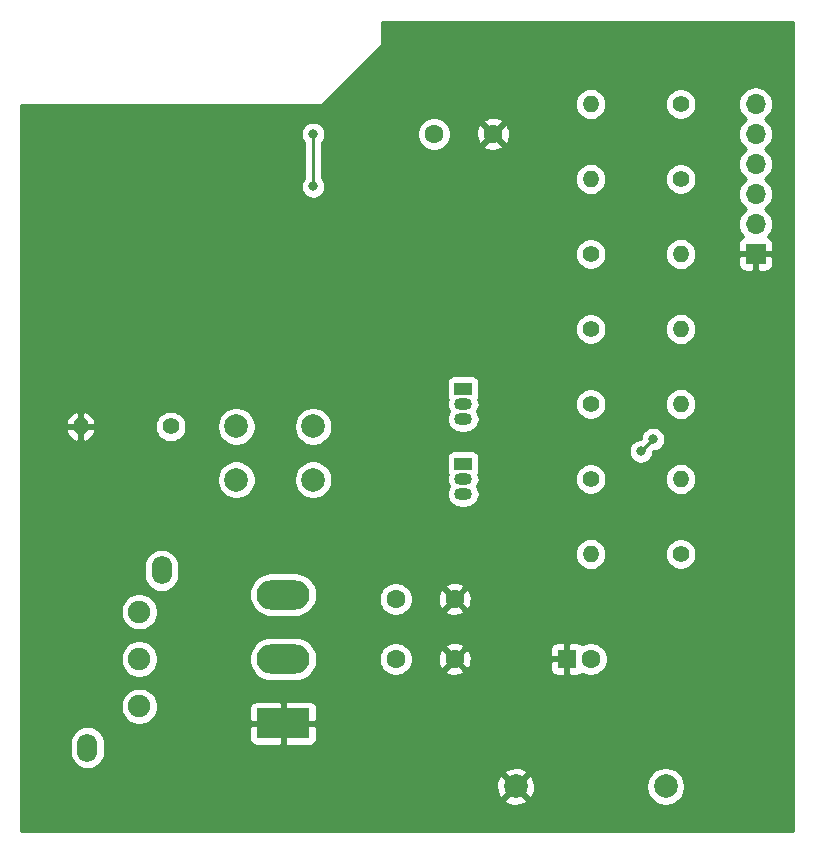
<source format=gbr>
G04 #@! TF.GenerationSoftware,KiCad,Pcbnew,(5.1.4-0-10_14)*
G04 #@! TF.CreationDate,2019-11-18T23:58:44+01:00*
G04 #@! TF.ProjectId,liberation,6c696265-7261-4746-996f-6e2e6b696361,rev?*
G04 #@! TF.SameCoordinates,Original*
G04 #@! TF.FileFunction,Copper,L2,Bot*
G04 #@! TF.FilePolarity,Positive*
%FSLAX46Y46*%
G04 Gerber Fmt 4.6, Leading zero omitted, Abs format (unit mm)*
G04 Created by KiCad (PCBNEW (5.1.4-0-10_14)) date 2019-11-18 23:58:44*
%MOMM*%
%LPD*%
G04 APERTURE LIST*
%ADD10C,1.400000*%
%ADD11O,1.400000X1.400000*%
%ADD12C,1.600000*%
%ADD13R,1.600000X1.600000*%
%ADD14R,1.700000X1.700000*%
%ADD15O,1.700000X1.700000*%
%ADD16R,1.500000X1.050000*%
%ADD17O,1.500000X1.050000*%
%ADD18O,1.700000X2.400000*%
%ADD19C,1.900000*%
%ADD20C,2.000000*%
%ADD21O,4.500000X2.500000*%
%ADD22R,4.500000X2.500000*%
%ADD23C,0.800000*%
%ADD24C,0.250000*%
%ADD25C,0.254000*%
G04 APERTURE END LIST*
D10*
X142240000Y-114300000D03*
D11*
X149860000Y-114300000D03*
D12*
X142240000Y-135890000D03*
D13*
X140240000Y-135890000D03*
D12*
X130730000Y-135890000D03*
X125730000Y-135890000D03*
X125730000Y-130810000D03*
X130730000Y-130810000D03*
D14*
X156210000Y-101600000D03*
D15*
X156210000Y-99060000D03*
X156210000Y-96520000D03*
X156210000Y-93980000D03*
X156210000Y-91440000D03*
X156210000Y-88900000D03*
D16*
X131445000Y-113030000D03*
D17*
X131445000Y-115570000D03*
X131445000Y-114300000D03*
X131445000Y-120650000D03*
X131445000Y-121920000D03*
D16*
X131445000Y-119380000D03*
D10*
X149860000Y-127000000D03*
D11*
X142240000Y-127000000D03*
X149860000Y-120650000D03*
D10*
X142240000Y-120650000D03*
D11*
X149860000Y-101600000D03*
D10*
X142240000Y-101600000D03*
X142240000Y-107950000D03*
D11*
X149860000Y-107950000D03*
D10*
X149860000Y-95250000D03*
D11*
X142240000Y-95250000D03*
X142240000Y-88900000D03*
D10*
X149860000Y-88900000D03*
D11*
X99060000Y-116205000D03*
D10*
X106680000Y-116205000D03*
D18*
X99625000Y-143390000D03*
X105925000Y-128390000D03*
D19*
X104025000Y-131890000D03*
X104025000Y-135890000D03*
X104025000Y-139890000D03*
D20*
X118745000Y-116205000D03*
X118745000Y-120705000D03*
X112245000Y-116205000D03*
X112245000Y-120705000D03*
X148590000Y-146685000D03*
X135890000Y-146685000D03*
D12*
X133985000Y-91440000D03*
X128985000Y-91440000D03*
D21*
X116205000Y-130440000D03*
X116205000Y-135890000D03*
D22*
X116205000Y-141340000D03*
D23*
X105918000Y-96520000D03*
X105918000Y-98552000D03*
X107950000Y-98552000D03*
X107950000Y-96520000D03*
X106934000Y-97536000D03*
X106934000Y-95504000D03*
X106934000Y-99568000D03*
X108966000Y-97536000D03*
X104902000Y-97536000D03*
X104902000Y-99568000D03*
X108966000Y-99568000D03*
X108966000Y-95504000D03*
X104902000Y-95504000D03*
X125095000Y-93345000D03*
X125095000Y-90170000D03*
X103505000Y-104140000D03*
X101600000Y-90805000D03*
X114300000Y-90805000D03*
X146489847Y-118305153D03*
X147515153Y-117279847D03*
X118745000Y-95885000D03*
X118745000Y-91440000D03*
D24*
X146489847Y-118305153D02*
X147515153Y-117279847D01*
X118745000Y-95885000D02*
X118745000Y-91440000D01*
D25*
G36*
X159360001Y-150470000D02*
G01*
X94005000Y-150470000D01*
X94005000Y-147820413D01*
X134934192Y-147820413D01*
X135029956Y-148084814D01*
X135319571Y-148225704D01*
X135631108Y-148307384D01*
X135952595Y-148326718D01*
X136271675Y-148282961D01*
X136576088Y-148177795D01*
X136750044Y-148084814D01*
X136845808Y-147820413D01*
X135890000Y-146864605D01*
X134934192Y-147820413D01*
X94005000Y-147820413D01*
X94005000Y-146747595D01*
X134248282Y-146747595D01*
X134292039Y-147066675D01*
X134397205Y-147371088D01*
X134490186Y-147545044D01*
X134754587Y-147640808D01*
X135710395Y-146685000D01*
X136069605Y-146685000D01*
X137025413Y-147640808D01*
X137289814Y-147545044D01*
X137430704Y-147255429D01*
X137512384Y-146943892D01*
X137531718Y-146622405D01*
X137518219Y-146523967D01*
X146955000Y-146523967D01*
X146955000Y-146846033D01*
X147017832Y-147161912D01*
X147141082Y-147459463D01*
X147320013Y-147727252D01*
X147547748Y-147954987D01*
X147815537Y-148133918D01*
X148113088Y-148257168D01*
X148428967Y-148320000D01*
X148751033Y-148320000D01*
X149066912Y-148257168D01*
X149364463Y-148133918D01*
X149632252Y-147954987D01*
X149859987Y-147727252D01*
X150038918Y-147459463D01*
X150162168Y-147161912D01*
X150225000Y-146846033D01*
X150225000Y-146523967D01*
X150162168Y-146208088D01*
X150038918Y-145910537D01*
X149859987Y-145642748D01*
X149632252Y-145415013D01*
X149364463Y-145236082D01*
X149066912Y-145112832D01*
X148751033Y-145050000D01*
X148428967Y-145050000D01*
X148113088Y-145112832D01*
X147815537Y-145236082D01*
X147547748Y-145415013D01*
X147320013Y-145642748D01*
X147141082Y-145910537D01*
X147017832Y-146208088D01*
X146955000Y-146523967D01*
X137518219Y-146523967D01*
X137487961Y-146303325D01*
X137382795Y-145998912D01*
X137289814Y-145824956D01*
X137025413Y-145729192D01*
X136069605Y-146685000D01*
X135710395Y-146685000D01*
X134754587Y-145729192D01*
X134490186Y-145824956D01*
X134349296Y-146114571D01*
X134267616Y-146426108D01*
X134248282Y-146747595D01*
X94005000Y-146747595D01*
X94005000Y-145549587D01*
X134934192Y-145549587D01*
X135890000Y-146505395D01*
X136845808Y-145549587D01*
X136750044Y-145285186D01*
X136460429Y-145144296D01*
X136148892Y-145062616D01*
X135827405Y-145043282D01*
X135508325Y-145087039D01*
X135203912Y-145192205D01*
X135029956Y-145285186D01*
X134934192Y-145549587D01*
X94005000Y-145549587D01*
X94005000Y-142967051D01*
X98140000Y-142967051D01*
X98140000Y-143812950D01*
X98161487Y-144031111D01*
X98246401Y-144311034D01*
X98384294Y-144569014D01*
X98569866Y-144795134D01*
X98795987Y-144980706D01*
X99053967Y-145118599D01*
X99333890Y-145203513D01*
X99625000Y-145232185D01*
X99916111Y-145203513D01*
X100196034Y-145118599D01*
X100454014Y-144980706D01*
X100680134Y-144795134D01*
X100865706Y-144569014D01*
X101003599Y-144311034D01*
X101088513Y-144031110D01*
X101110000Y-143812949D01*
X101110000Y-142967050D01*
X101088513Y-142748889D01*
X101040315Y-142590000D01*
X113316928Y-142590000D01*
X113329188Y-142714482D01*
X113365498Y-142834180D01*
X113424463Y-142944494D01*
X113503815Y-143041185D01*
X113600506Y-143120537D01*
X113710820Y-143179502D01*
X113830518Y-143215812D01*
X113955000Y-143228072D01*
X115919250Y-143225000D01*
X116078000Y-143066250D01*
X116078000Y-141467000D01*
X116332000Y-141467000D01*
X116332000Y-143066250D01*
X116490750Y-143225000D01*
X118455000Y-143228072D01*
X118579482Y-143215812D01*
X118699180Y-143179502D01*
X118809494Y-143120537D01*
X118906185Y-143041185D01*
X118985537Y-142944494D01*
X119044502Y-142834180D01*
X119080812Y-142714482D01*
X119093072Y-142590000D01*
X119090000Y-141625750D01*
X118931250Y-141467000D01*
X116332000Y-141467000D01*
X116078000Y-141467000D01*
X113478750Y-141467000D01*
X113320000Y-141625750D01*
X113316928Y-142590000D01*
X101040315Y-142590000D01*
X101003599Y-142468966D01*
X100865706Y-142210986D01*
X100680134Y-141984866D01*
X100454013Y-141799294D01*
X100196033Y-141661401D01*
X99916110Y-141576487D01*
X99625000Y-141547815D01*
X99333889Y-141576487D01*
X99053966Y-141661401D01*
X98795986Y-141799294D01*
X98569866Y-141984866D01*
X98384294Y-142210987D01*
X98246401Y-142468967D01*
X98161487Y-142748890D01*
X98140000Y-142967051D01*
X94005000Y-142967051D01*
X94005000Y-139733891D01*
X102440000Y-139733891D01*
X102440000Y-140046109D01*
X102500911Y-140352327D01*
X102620391Y-140640779D01*
X102793850Y-140900379D01*
X103014621Y-141121150D01*
X103274221Y-141294609D01*
X103562673Y-141414089D01*
X103868891Y-141475000D01*
X104181109Y-141475000D01*
X104487327Y-141414089D01*
X104775779Y-141294609D01*
X105035379Y-141121150D01*
X105256150Y-140900379D01*
X105429609Y-140640779D01*
X105549089Y-140352327D01*
X105601269Y-140090000D01*
X113316928Y-140090000D01*
X113320000Y-141054250D01*
X113478750Y-141213000D01*
X116078000Y-141213000D01*
X116078000Y-139613750D01*
X116332000Y-139613750D01*
X116332000Y-141213000D01*
X118931250Y-141213000D01*
X119090000Y-141054250D01*
X119093072Y-140090000D01*
X119080812Y-139965518D01*
X119044502Y-139845820D01*
X118985537Y-139735506D01*
X118906185Y-139638815D01*
X118809494Y-139559463D01*
X118699180Y-139500498D01*
X118579482Y-139464188D01*
X118455000Y-139451928D01*
X116490750Y-139455000D01*
X116332000Y-139613750D01*
X116078000Y-139613750D01*
X115919250Y-139455000D01*
X113955000Y-139451928D01*
X113830518Y-139464188D01*
X113710820Y-139500498D01*
X113600506Y-139559463D01*
X113503815Y-139638815D01*
X113424463Y-139735506D01*
X113365498Y-139845820D01*
X113329188Y-139965518D01*
X113316928Y-140090000D01*
X105601269Y-140090000D01*
X105610000Y-140046109D01*
X105610000Y-139733891D01*
X105549089Y-139427673D01*
X105429609Y-139139221D01*
X105256150Y-138879621D01*
X105035379Y-138658850D01*
X104775779Y-138485391D01*
X104487327Y-138365911D01*
X104181109Y-138305000D01*
X103868891Y-138305000D01*
X103562673Y-138365911D01*
X103274221Y-138485391D01*
X103014621Y-138658850D01*
X102793850Y-138879621D01*
X102620391Y-139139221D01*
X102500911Y-139427673D01*
X102440000Y-139733891D01*
X94005000Y-139733891D01*
X94005000Y-135733891D01*
X102440000Y-135733891D01*
X102440000Y-136046109D01*
X102500911Y-136352327D01*
X102620391Y-136640779D01*
X102793850Y-136900379D01*
X103014621Y-137121150D01*
X103274221Y-137294609D01*
X103562673Y-137414089D01*
X103868891Y-137475000D01*
X104181109Y-137475000D01*
X104487327Y-137414089D01*
X104775779Y-137294609D01*
X105035379Y-137121150D01*
X105256150Y-136900379D01*
X105429609Y-136640779D01*
X105549089Y-136352327D01*
X105610000Y-136046109D01*
X105610000Y-135890000D01*
X113310880Y-135890000D01*
X113347275Y-136259524D01*
X113455061Y-136614848D01*
X113630097Y-136942317D01*
X113865655Y-137229345D01*
X114152683Y-137464903D01*
X114480152Y-137639939D01*
X114835476Y-137747725D01*
X115112403Y-137775000D01*
X117297597Y-137775000D01*
X117574524Y-137747725D01*
X117929848Y-137639939D01*
X118257317Y-137464903D01*
X118544345Y-137229345D01*
X118779903Y-136942317D01*
X118954939Y-136614848D01*
X119062725Y-136259524D01*
X119099120Y-135890000D01*
X119085200Y-135748665D01*
X124295000Y-135748665D01*
X124295000Y-136031335D01*
X124350147Y-136308574D01*
X124458320Y-136569727D01*
X124615363Y-136804759D01*
X124815241Y-137004637D01*
X125050273Y-137161680D01*
X125311426Y-137269853D01*
X125588665Y-137325000D01*
X125871335Y-137325000D01*
X126148574Y-137269853D01*
X126409727Y-137161680D01*
X126644759Y-137004637D01*
X126766694Y-136882702D01*
X129916903Y-136882702D01*
X129988486Y-137126671D01*
X130243996Y-137247571D01*
X130518184Y-137316300D01*
X130800512Y-137330217D01*
X131080130Y-137288787D01*
X131346292Y-137193603D01*
X131471514Y-137126671D01*
X131543097Y-136882702D01*
X130730000Y-136069605D01*
X129916903Y-136882702D01*
X126766694Y-136882702D01*
X126844637Y-136804759D01*
X127001680Y-136569727D01*
X127109853Y-136308574D01*
X127165000Y-136031335D01*
X127165000Y-135960512D01*
X129289783Y-135960512D01*
X129331213Y-136240130D01*
X129426397Y-136506292D01*
X129493329Y-136631514D01*
X129737298Y-136703097D01*
X130550395Y-135890000D01*
X130909605Y-135890000D01*
X131722702Y-136703097D01*
X131767339Y-136690000D01*
X138801928Y-136690000D01*
X138814188Y-136814482D01*
X138850498Y-136934180D01*
X138909463Y-137044494D01*
X138988815Y-137141185D01*
X139085506Y-137220537D01*
X139195820Y-137279502D01*
X139315518Y-137315812D01*
X139440000Y-137328072D01*
X139954250Y-137325000D01*
X140113000Y-137166250D01*
X140113000Y-136017000D01*
X138963750Y-136017000D01*
X138805000Y-136175750D01*
X138801928Y-136690000D01*
X131767339Y-136690000D01*
X131966671Y-136631514D01*
X132087571Y-136376004D01*
X132156300Y-136101816D01*
X132170217Y-135819488D01*
X132128787Y-135539870D01*
X132033603Y-135273708D01*
X131966671Y-135148486D01*
X131767340Y-135090000D01*
X138801928Y-135090000D01*
X138805000Y-135604250D01*
X138963750Y-135763000D01*
X140113000Y-135763000D01*
X140113000Y-134613750D01*
X140367000Y-134613750D01*
X140367000Y-135763000D01*
X140387000Y-135763000D01*
X140387000Y-136017000D01*
X140367000Y-136017000D01*
X140367000Y-137166250D01*
X140525750Y-137325000D01*
X141040000Y-137328072D01*
X141164482Y-137315812D01*
X141284180Y-137279502D01*
X141394494Y-137220537D01*
X141491185Y-137141185D01*
X141504790Y-137124607D01*
X141560273Y-137161680D01*
X141821426Y-137269853D01*
X142098665Y-137325000D01*
X142381335Y-137325000D01*
X142658574Y-137269853D01*
X142919727Y-137161680D01*
X143154759Y-137004637D01*
X143354637Y-136804759D01*
X143511680Y-136569727D01*
X143619853Y-136308574D01*
X143675000Y-136031335D01*
X143675000Y-135748665D01*
X143619853Y-135471426D01*
X143511680Y-135210273D01*
X143354637Y-134975241D01*
X143154759Y-134775363D01*
X142919727Y-134618320D01*
X142658574Y-134510147D01*
X142381335Y-134455000D01*
X142098665Y-134455000D01*
X141821426Y-134510147D01*
X141560273Y-134618320D01*
X141504790Y-134655393D01*
X141491185Y-134638815D01*
X141394494Y-134559463D01*
X141284180Y-134500498D01*
X141164482Y-134464188D01*
X141040000Y-134451928D01*
X140525750Y-134455000D01*
X140367000Y-134613750D01*
X140113000Y-134613750D01*
X139954250Y-134455000D01*
X139440000Y-134451928D01*
X139315518Y-134464188D01*
X139195820Y-134500498D01*
X139085506Y-134559463D01*
X138988815Y-134638815D01*
X138909463Y-134735506D01*
X138850498Y-134845820D01*
X138814188Y-134965518D01*
X138801928Y-135090000D01*
X131767340Y-135090000D01*
X131722702Y-135076903D01*
X130909605Y-135890000D01*
X130550395Y-135890000D01*
X129737298Y-135076903D01*
X129493329Y-135148486D01*
X129372429Y-135403996D01*
X129303700Y-135678184D01*
X129289783Y-135960512D01*
X127165000Y-135960512D01*
X127165000Y-135748665D01*
X127109853Y-135471426D01*
X127001680Y-135210273D01*
X126844637Y-134975241D01*
X126766694Y-134897298D01*
X129916903Y-134897298D01*
X130730000Y-135710395D01*
X131543097Y-134897298D01*
X131471514Y-134653329D01*
X131216004Y-134532429D01*
X130941816Y-134463700D01*
X130659488Y-134449783D01*
X130379870Y-134491213D01*
X130113708Y-134586397D01*
X129988486Y-134653329D01*
X129916903Y-134897298D01*
X126766694Y-134897298D01*
X126644759Y-134775363D01*
X126409727Y-134618320D01*
X126148574Y-134510147D01*
X125871335Y-134455000D01*
X125588665Y-134455000D01*
X125311426Y-134510147D01*
X125050273Y-134618320D01*
X124815241Y-134775363D01*
X124615363Y-134975241D01*
X124458320Y-135210273D01*
X124350147Y-135471426D01*
X124295000Y-135748665D01*
X119085200Y-135748665D01*
X119062725Y-135520476D01*
X118954939Y-135165152D01*
X118779903Y-134837683D01*
X118544345Y-134550655D01*
X118257317Y-134315097D01*
X117929848Y-134140061D01*
X117574524Y-134032275D01*
X117297597Y-134005000D01*
X115112403Y-134005000D01*
X114835476Y-134032275D01*
X114480152Y-134140061D01*
X114152683Y-134315097D01*
X113865655Y-134550655D01*
X113630097Y-134837683D01*
X113455061Y-135165152D01*
X113347275Y-135520476D01*
X113310880Y-135890000D01*
X105610000Y-135890000D01*
X105610000Y-135733891D01*
X105549089Y-135427673D01*
X105429609Y-135139221D01*
X105256150Y-134879621D01*
X105035379Y-134658850D01*
X104775779Y-134485391D01*
X104487327Y-134365911D01*
X104181109Y-134305000D01*
X103868891Y-134305000D01*
X103562673Y-134365911D01*
X103274221Y-134485391D01*
X103014621Y-134658850D01*
X102793850Y-134879621D01*
X102620391Y-135139221D01*
X102500911Y-135427673D01*
X102440000Y-135733891D01*
X94005000Y-135733891D01*
X94005000Y-131733891D01*
X102440000Y-131733891D01*
X102440000Y-132046109D01*
X102500911Y-132352327D01*
X102620391Y-132640779D01*
X102793850Y-132900379D01*
X103014621Y-133121150D01*
X103274221Y-133294609D01*
X103562673Y-133414089D01*
X103868891Y-133475000D01*
X104181109Y-133475000D01*
X104487327Y-133414089D01*
X104775779Y-133294609D01*
X105035379Y-133121150D01*
X105256150Y-132900379D01*
X105429609Y-132640779D01*
X105549089Y-132352327D01*
X105610000Y-132046109D01*
X105610000Y-131733891D01*
X105549089Y-131427673D01*
X105429609Y-131139221D01*
X105256150Y-130879621D01*
X105035379Y-130658850D01*
X104775779Y-130485391D01*
X104666195Y-130440000D01*
X113310880Y-130440000D01*
X113347275Y-130809524D01*
X113455061Y-131164848D01*
X113630097Y-131492317D01*
X113865655Y-131779345D01*
X114152683Y-132014903D01*
X114480152Y-132189939D01*
X114835476Y-132297725D01*
X115112403Y-132325000D01*
X117297597Y-132325000D01*
X117574524Y-132297725D01*
X117929848Y-132189939D01*
X118257317Y-132014903D01*
X118544345Y-131779345D01*
X118779903Y-131492317D01*
X118954939Y-131164848D01*
X119062725Y-130809524D01*
X119076598Y-130668665D01*
X124295000Y-130668665D01*
X124295000Y-130951335D01*
X124350147Y-131228574D01*
X124458320Y-131489727D01*
X124615363Y-131724759D01*
X124815241Y-131924637D01*
X125050273Y-132081680D01*
X125311426Y-132189853D01*
X125588665Y-132245000D01*
X125871335Y-132245000D01*
X126148574Y-132189853D01*
X126409727Y-132081680D01*
X126644759Y-131924637D01*
X126766694Y-131802702D01*
X129916903Y-131802702D01*
X129988486Y-132046671D01*
X130243996Y-132167571D01*
X130518184Y-132236300D01*
X130800512Y-132250217D01*
X131080130Y-132208787D01*
X131346292Y-132113603D01*
X131471514Y-132046671D01*
X131543097Y-131802702D01*
X130730000Y-130989605D01*
X129916903Y-131802702D01*
X126766694Y-131802702D01*
X126844637Y-131724759D01*
X127001680Y-131489727D01*
X127109853Y-131228574D01*
X127165000Y-130951335D01*
X127165000Y-130880512D01*
X129289783Y-130880512D01*
X129331213Y-131160130D01*
X129426397Y-131426292D01*
X129493329Y-131551514D01*
X129737298Y-131623097D01*
X130550395Y-130810000D01*
X130909605Y-130810000D01*
X131722702Y-131623097D01*
X131966671Y-131551514D01*
X132087571Y-131296004D01*
X132156300Y-131021816D01*
X132170217Y-130739488D01*
X132128787Y-130459870D01*
X132033603Y-130193708D01*
X131966671Y-130068486D01*
X131722702Y-129996903D01*
X130909605Y-130810000D01*
X130550395Y-130810000D01*
X129737298Y-129996903D01*
X129493329Y-130068486D01*
X129372429Y-130323996D01*
X129303700Y-130598184D01*
X129289783Y-130880512D01*
X127165000Y-130880512D01*
X127165000Y-130668665D01*
X127109853Y-130391426D01*
X127001680Y-130130273D01*
X126844637Y-129895241D01*
X126766694Y-129817298D01*
X129916903Y-129817298D01*
X130730000Y-130630395D01*
X131543097Y-129817298D01*
X131471514Y-129573329D01*
X131216004Y-129452429D01*
X130941816Y-129383700D01*
X130659488Y-129369783D01*
X130379870Y-129411213D01*
X130113708Y-129506397D01*
X129988486Y-129573329D01*
X129916903Y-129817298D01*
X126766694Y-129817298D01*
X126644759Y-129695363D01*
X126409727Y-129538320D01*
X126148574Y-129430147D01*
X125871335Y-129375000D01*
X125588665Y-129375000D01*
X125311426Y-129430147D01*
X125050273Y-129538320D01*
X124815241Y-129695363D01*
X124615363Y-129895241D01*
X124458320Y-130130273D01*
X124350147Y-130391426D01*
X124295000Y-130668665D01*
X119076598Y-130668665D01*
X119099120Y-130440000D01*
X119062725Y-130070476D01*
X118954939Y-129715152D01*
X118779903Y-129387683D01*
X118544345Y-129100655D01*
X118257317Y-128865097D01*
X117929848Y-128690061D01*
X117574524Y-128582275D01*
X117297597Y-128555000D01*
X115112403Y-128555000D01*
X114835476Y-128582275D01*
X114480152Y-128690061D01*
X114152683Y-128865097D01*
X113865655Y-129100655D01*
X113630097Y-129387683D01*
X113455061Y-129715152D01*
X113347275Y-130070476D01*
X113310880Y-130440000D01*
X104666195Y-130440000D01*
X104487327Y-130365911D01*
X104181109Y-130305000D01*
X103868891Y-130305000D01*
X103562673Y-130365911D01*
X103274221Y-130485391D01*
X103014621Y-130658850D01*
X102793850Y-130879621D01*
X102620391Y-131139221D01*
X102500911Y-131427673D01*
X102440000Y-131733891D01*
X94005000Y-131733891D01*
X94005000Y-127967051D01*
X104440000Y-127967051D01*
X104440000Y-128812950D01*
X104461487Y-129031111D01*
X104546401Y-129311034D01*
X104684294Y-129569014D01*
X104869866Y-129795134D01*
X105095987Y-129980706D01*
X105353967Y-130118599D01*
X105633890Y-130203513D01*
X105925000Y-130232185D01*
X106216111Y-130203513D01*
X106496034Y-130118599D01*
X106754014Y-129980706D01*
X106980134Y-129795134D01*
X107165706Y-129569014D01*
X107303599Y-129311034D01*
X107388513Y-129031110D01*
X107410000Y-128812949D01*
X107410000Y-127967050D01*
X107388513Y-127748889D01*
X107303599Y-127468966D01*
X107165706Y-127210986D01*
X106992555Y-127000000D01*
X140898541Y-127000000D01*
X140924317Y-127261706D01*
X141000653Y-127513354D01*
X141124618Y-127745275D01*
X141291445Y-127948555D01*
X141494725Y-128115382D01*
X141726646Y-128239347D01*
X141978294Y-128315683D01*
X142174421Y-128335000D01*
X142305579Y-128335000D01*
X142501706Y-128315683D01*
X142753354Y-128239347D01*
X142985275Y-128115382D01*
X143188555Y-127948555D01*
X143355382Y-127745275D01*
X143479347Y-127513354D01*
X143555683Y-127261706D01*
X143581459Y-127000000D01*
X143568509Y-126868514D01*
X148525000Y-126868514D01*
X148525000Y-127131486D01*
X148576304Y-127389405D01*
X148676939Y-127632359D01*
X148823038Y-127851013D01*
X149008987Y-128036962D01*
X149227641Y-128183061D01*
X149470595Y-128283696D01*
X149728514Y-128335000D01*
X149991486Y-128335000D01*
X150249405Y-128283696D01*
X150492359Y-128183061D01*
X150711013Y-128036962D01*
X150896962Y-127851013D01*
X151043061Y-127632359D01*
X151143696Y-127389405D01*
X151195000Y-127131486D01*
X151195000Y-126868514D01*
X151143696Y-126610595D01*
X151043061Y-126367641D01*
X150896962Y-126148987D01*
X150711013Y-125963038D01*
X150492359Y-125816939D01*
X150249405Y-125716304D01*
X149991486Y-125665000D01*
X149728514Y-125665000D01*
X149470595Y-125716304D01*
X149227641Y-125816939D01*
X149008987Y-125963038D01*
X148823038Y-126148987D01*
X148676939Y-126367641D01*
X148576304Y-126610595D01*
X148525000Y-126868514D01*
X143568509Y-126868514D01*
X143555683Y-126738294D01*
X143479347Y-126486646D01*
X143355382Y-126254725D01*
X143188555Y-126051445D01*
X142985275Y-125884618D01*
X142753354Y-125760653D01*
X142501706Y-125684317D01*
X142305579Y-125665000D01*
X142174421Y-125665000D01*
X141978294Y-125684317D01*
X141726646Y-125760653D01*
X141494725Y-125884618D01*
X141291445Y-126051445D01*
X141124618Y-126254725D01*
X141000653Y-126486646D01*
X140924317Y-126738294D01*
X140898541Y-127000000D01*
X106992555Y-127000000D01*
X106980134Y-126984866D01*
X106754013Y-126799294D01*
X106496033Y-126661401D01*
X106216110Y-126576487D01*
X105925000Y-126547815D01*
X105633889Y-126576487D01*
X105353966Y-126661401D01*
X105095986Y-126799294D01*
X104869866Y-126984866D01*
X104684294Y-127210987D01*
X104546401Y-127468967D01*
X104461487Y-127748890D01*
X104440000Y-127967051D01*
X94005000Y-127967051D01*
X94005000Y-120543967D01*
X110610000Y-120543967D01*
X110610000Y-120866033D01*
X110672832Y-121181912D01*
X110796082Y-121479463D01*
X110975013Y-121747252D01*
X111202748Y-121974987D01*
X111470537Y-122153918D01*
X111768088Y-122277168D01*
X112083967Y-122340000D01*
X112406033Y-122340000D01*
X112721912Y-122277168D01*
X113019463Y-122153918D01*
X113287252Y-121974987D01*
X113514987Y-121747252D01*
X113693918Y-121479463D01*
X113817168Y-121181912D01*
X113880000Y-120866033D01*
X113880000Y-120543967D01*
X117110000Y-120543967D01*
X117110000Y-120866033D01*
X117172832Y-121181912D01*
X117296082Y-121479463D01*
X117475013Y-121747252D01*
X117702748Y-121974987D01*
X117970537Y-122153918D01*
X118268088Y-122277168D01*
X118583967Y-122340000D01*
X118906033Y-122340000D01*
X119221912Y-122277168D01*
X119519463Y-122153918D01*
X119787252Y-121974987D01*
X120014987Y-121747252D01*
X120193918Y-121479463D01*
X120317168Y-121181912D01*
X120380000Y-120866033D01*
X120380000Y-120650000D01*
X130054388Y-120650000D01*
X130076785Y-120877400D01*
X130143115Y-121096060D01*
X130244105Y-121285000D01*
X130143115Y-121473940D01*
X130076785Y-121692600D01*
X130054388Y-121920000D01*
X130076785Y-122147400D01*
X130143115Y-122366060D01*
X130250829Y-122567579D01*
X130395788Y-122744212D01*
X130572421Y-122889171D01*
X130773940Y-122996885D01*
X130992600Y-123063215D01*
X131163021Y-123080000D01*
X131726979Y-123080000D01*
X131897400Y-123063215D01*
X132116060Y-122996885D01*
X132317579Y-122889171D01*
X132494212Y-122744212D01*
X132639171Y-122567579D01*
X132746885Y-122366060D01*
X132813215Y-122147400D01*
X132835612Y-121920000D01*
X132813215Y-121692600D01*
X132746885Y-121473940D01*
X132645895Y-121285000D01*
X132746885Y-121096060D01*
X132813215Y-120877400D01*
X132835612Y-120650000D01*
X132822662Y-120518514D01*
X140905000Y-120518514D01*
X140905000Y-120781486D01*
X140956304Y-121039405D01*
X141056939Y-121282359D01*
X141203038Y-121501013D01*
X141388987Y-121686962D01*
X141607641Y-121833061D01*
X141850595Y-121933696D01*
X142108514Y-121985000D01*
X142371486Y-121985000D01*
X142629405Y-121933696D01*
X142872359Y-121833061D01*
X143091013Y-121686962D01*
X143276962Y-121501013D01*
X143423061Y-121282359D01*
X143523696Y-121039405D01*
X143575000Y-120781486D01*
X143575000Y-120650000D01*
X148518541Y-120650000D01*
X148544317Y-120911706D01*
X148620653Y-121163354D01*
X148744618Y-121395275D01*
X148911445Y-121598555D01*
X149114725Y-121765382D01*
X149346646Y-121889347D01*
X149598294Y-121965683D01*
X149794421Y-121985000D01*
X149925579Y-121985000D01*
X150121706Y-121965683D01*
X150373354Y-121889347D01*
X150605275Y-121765382D01*
X150808555Y-121598555D01*
X150975382Y-121395275D01*
X151099347Y-121163354D01*
X151175683Y-120911706D01*
X151201459Y-120650000D01*
X151175683Y-120388294D01*
X151099347Y-120136646D01*
X150975382Y-119904725D01*
X150808555Y-119701445D01*
X150605275Y-119534618D01*
X150373354Y-119410653D01*
X150121706Y-119334317D01*
X149925579Y-119315000D01*
X149794421Y-119315000D01*
X149598294Y-119334317D01*
X149346646Y-119410653D01*
X149114725Y-119534618D01*
X148911445Y-119701445D01*
X148744618Y-119904725D01*
X148620653Y-120136646D01*
X148544317Y-120388294D01*
X148518541Y-120650000D01*
X143575000Y-120650000D01*
X143575000Y-120518514D01*
X143523696Y-120260595D01*
X143423061Y-120017641D01*
X143276962Y-119798987D01*
X143091013Y-119613038D01*
X142872359Y-119466939D01*
X142629405Y-119366304D01*
X142371486Y-119315000D01*
X142108514Y-119315000D01*
X141850595Y-119366304D01*
X141607641Y-119466939D01*
X141388987Y-119613038D01*
X141203038Y-119798987D01*
X141056939Y-120017641D01*
X140956304Y-120260595D01*
X140905000Y-120518514D01*
X132822662Y-120518514D01*
X132813215Y-120422600D01*
X132749907Y-120213902D01*
X132784502Y-120149180D01*
X132820812Y-120029482D01*
X132833072Y-119905000D01*
X132833072Y-118855000D01*
X132820812Y-118730518D01*
X132784502Y-118610820D01*
X132725537Y-118500506D01*
X132646185Y-118403815D01*
X132549494Y-118324463D01*
X132439180Y-118265498D01*
X132319482Y-118229188D01*
X132195000Y-118216928D01*
X130695000Y-118216928D01*
X130570518Y-118229188D01*
X130450820Y-118265498D01*
X130340506Y-118324463D01*
X130243815Y-118403815D01*
X130164463Y-118500506D01*
X130105498Y-118610820D01*
X130069188Y-118730518D01*
X130056928Y-118855000D01*
X130056928Y-119905000D01*
X130069188Y-120029482D01*
X130105498Y-120149180D01*
X130140093Y-120213902D01*
X130076785Y-120422600D01*
X130054388Y-120650000D01*
X120380000Y-120650000D01*
X120380000Y-120543967D01*
X120317168Y-120228088D01*
X120193918Y-119930537D01*
X120014987Y-119662748D01*
X119787252Y-119435013D01*
X119519463Y-119256082D01*
X119221912Y-119132832D01*
X118906033Y-119070000D01*
X118583967Y-119070000D01*
X118268088Y-119132832D01*
X117970537Y-119256082D01*
X117702748Y-119435013D01*
X117475013Y-119662748D01*
X117296082Y-119930537D01*
X117172832Y-120228088D01*
X117110000Y-120543967D01*
X113880000Y-120543967D01*
X113817168Y-120228088D01*
X113693918Y-119930537D01*
X113514987Y-119662748D01*
X113287252Y-119435013D01*
X113019463Y-119256082D01*
X112721912Y-119132832D01*
X112406033Y-119070000D01*
X112083967Y-119070000D01*
X111768088Y-119132832D01*
X111470537Y-119256082D01*
X111202748Y-119435013D01*
X110975013Y-119662748D01*
X110796082Y-119930537D01*
X110672832Y-120228088D01*
X110610000Y-120543967D01*
X94005000Y-120543967D01*
X94005000Y-118203214D01*
X145454847Y-118203214D01*
X145454847Y-118407092D01*
X145494621Y-118607051D01*
X145572642Y-118795409D01*
X145685910Y-118964927D01*
X145830073Y-119109090D01*
X145999591Y-119222358D01*
X146187949Y-119300379D01*
X146387908Y-119340153D01*
X146591786Y-119340153D01*
X146791745Y-119300379D01*
X146980103Y-119222358D01*
X147149621Y-119109090D01*
X147293784Y-118964927D01*
X147407052Y-118795409D01*
X147485073Y-118607051D01*
X147524847Y-118407092D01*
X147524847Y-118344954D01*
X147554955Y-118314847D01*
X147617092Y-118314847D01*
X147817051Y-118275073D01*
X148005409Y-118197052D01*
X148174927Y-118083784D01*
X148319090Y-117939621D01*
X148432358Y-117770103D01*
X148510379Y-117581745D01*
X148550153Y-117381786D01*
X148550153Y-117177908D01*
X148510379Y-116977949D01*
X148432358Y-116789591D01*
X148319090Y-116620073D01*
X148174927Y-116475910D01*
X148005409Y-116362642D01*
X147817051Y-116284621D01*
X147617092Y-116244847D01*
X147413214Y-116244847D01*
X147213255Y-116284621D01*
X147024897Y-116362642D01*
X146855379Y-116475910D01*
X146711216Y-116620073D01*
X146597948Y-116789591D01*
X146519927Y-116977949D01*
X146480153Y-117177908D01*
X146480153Y-117240045D01*
X146450046Y-117270153D01*
X146387908Y-117270153D01*
X146187949Y-117309927D01*
X145999591Y-117387948D01*
X145830073Y-117501216D01*
X145685910Y-117645379D01*
X145572642Y-117814897D01*
X145494621Y-118003255D01*
X145454847Y-118203214D01*
X94005000Y-118203214D01*
X94005000Y-116538329D01*
X97767284Y-116538329D01*
X97799953Y-116646044D01*
X97910208Y-116883392D01*
X98064649Y-117094670D01*
X98257340Y-117271759D01*
X98480877Y-117407853D01*
X98726670Y-117497722D01*
X98933000Y-117375201D01*
X98933000Y-116332000D01*
X99187000Y-116332000D01*
X99187000Y-117375201D01*
X99393330Y-117497722D01*
X99639123Y-117407853D01*
X99862660Y-117271759D01*
X100055351Y-117094670D01*
X100209792Y-116883392D01*
X100320047Y-116646044D01*
X100352716Y-116538329D01*
X100229374Y-116332000D01*
X99187000Y-116332000D01*
X98933000Y-116332000D01*
X97890626Y-116332000D01*
X97767284Y-116538329D01*
X94005000Y-116538329D01*
X94005000Y-115871671D01*
X97767284Y-115871671D01*
X97890626Y-116078000D01*
X98933000Y-116078000D01*
X98933000Y-115034799D01*
X99187000Y-115034799D01*
X99187000Y-116078000D01*
X100229374Y-116078000D01*
X100232055Y-116073514D01*
X105345000Y-116073514D01*
X105345000Y-116336486D01*
X105396304Y-116594405D01*
X105496939Y-116837359D01*
X105643038Y-117056013D01*
X105828987Y-117241962D01*
X106047641Y-117388061D01*
X106290595Y-117488696D01*
X106548514Y-117540000D01*
X106811486Y-117540000D01*
X107069405Y-117488696D01*
X107312359Y-117388061D01*
X107531013Y-117241962D01*
X107716962Y-117056013D01*
X107863061Y-116837359D01*
X107963696Y-116594405D01*
X108015000Y-116336486D01*
X108015000Y-116073514D01*
X108009123Y-116043967D01*
X110610000Y-116043967D01*
X110610000Y-116366033D01*
X110672832Y-116681912D01*
X110796082Y-116979463D01*
X110975013Y-117247252D01*
X111202748Y-117474987D01*
X111470537Y-117653918D01*
X111768088Y-117777168D01*
X112083967Y-117840000D01*
X112406033Y-117840000D01*
X112721912Y-117777168D01*
X113019463Y-117653918D01*
X113287252Y-117474987D01*
X113514987Y-117247252D01*
X113693918Y-116979463D01*
X113817168Y-116681912D01*
X113880000Y-116366033D01*
X113880000Y-116043967D01*
X117110000Y-116043967D01*
X117110000Y-116366033D01*
X117172832Y-116681912D01*
X117296082Y-116979463D01*
X117475013Y-117247252D01*
X117702748Y-117474987D01*
X117970537Y-117653918D01*
X118268088Y-117777168D01*
X118583967Y-117840000D01*
X118906033Y-117840000D01*
X119221912Y-117777168D01*
X119519463Y-117653918D01*
X119787252Y-117474987D01*
X120014987Y-117247252D01*
X120193918Y-116979463D01*
X120317168Y-116681912D01*
X120380000Y-116366033D01*
X120380000Y-116043967D01*
X120317168Y-115728088D01*
X120193918Y-115430537D01*
X120014987Y-115162748D01*
X119787252Y-114935013D01*
X119519463Y-114756082D01*
X119221912Y-114632832D01*
X118906033Y-114570000D01*
X118583967Y-114570000D01*
X118268088Y-114632832D01*
X117970537Y-114756082D01*
X117702748Y-114935013D01*
X117475013Y-115162748D01*
X117296082Y-115430537D01*
X117172832Y-115728088D01*
X117110000Y-116043967D01*
X113880000Y-116043967D01*
X113817168Y-115728088D01*
X113693918Y-115430537D01*
X113514987Y-115162748D01*
X113287252Y-114935013D01*
X113019463Y-114756082D01*
X112721912Y-114632832D01*
X112406033Y-114570000D01*
X112083967Y-114570000D01*
X111768088Y-114632832D01*
X111470537Y-114756082D01*
X111202748Y-114935013D01*
X110975013Y-115162748D01*
X110796082Y-115430537D01*
X110672832Y-115728088D01*
X110610000Y-116043967D01*
X108009123Y-116043967D01*
X107963696Y-115815595D01*
X107863061Y-115572641D01*
X107716962Y-115353987D01*
X107531013Y-115168038D01*
X107312359Y-115021939D01*
X107069405Y-114921304D01*
X106811486Y-114870000D01*
X106548514Y-114870000D01*
X106290595Y-114921304D01*
X106047641Y-115021939D01*
X105828987Y-115168038D01*
X105643038Y-115353987D01*
X105496939Y-115572641D01*
X105396304Y-115815595D01*
X105345000Y-116073514D01*
X100232055Y-116073514D01*
X100352716Y-115871671D01*
X100320047Y-115763956D01*
X100209792Y-115526608D01*
X100055351Y-115315330D01*
X99862660Y-115138241D01*
X99639123Y-115002147D01*
X99393330Y-114912278D01*
X99187000Y-115034799D01*
X98933000Y-115034799D01*
X98726670Y-114912278D01*
X98480877Y-115002147D01*
X98257340Y-115138241D01*
X98064649Y-115315330D01*
X97910208Y-115526608D01*
X97799953Y-115763956D01*
X97767284Y-115871671D01*
X94005000Y-115871671D01*
X94005000Y-114300000D01*
X130054388Y-114300000D01*
X130076785Y-114527400D01*
X130143115Y-114746060D01*
X130244105Y-114935000D01*
X130143115Y-115123940D01*
X130076785Y-115342600D01*
X130054388Y-115570000D01*
X130076785Y-115797400D01*
X130143115Y-116016060D01*
X130250829Y-116217579D01*
X130395788Y-116394212D01*
X130572421Y-116539171D01*
X130773940Y-116646885D01*
X130992600Y-116713215D01*
X131163021Y-116730000D01*
X131726979Y-116730000D01*
X131897400Y-116713215D01*
X132116060Y-116646885D01*
X132317579Y-116539171D01*
X132494212Y-116394212D01*
X132639171Y-116217579D01*
X132746885Y-116016060D01*
X132813215Y-115797400D01*
X132835612Y-115570000D01*
X132813215Y-115342600D01*
X132746885Y-115123940D01*
X132645895Y-114935000D01*
X132746885Y-114746060D01*
X132813215Y-114527400D01*
X132835612Y-114300000D01*
X132822662Y-114168514D01*
X140905000Y-114168514D01*
X140905000Y-114431486D01*
X140956304Y-114689405D01*
X141056939Y-114932359D01*
X141203038Y-115151013D01*
X141388987Y-115336962D01*
X141607641Y-115483061D01*
X141850595Y-115583696D01*
X142108514Y-115635000D01*
X142371486Y-115635000D01*
X142629405Y-115583696D01*
X142872359Y-115483061D01*
X143091013Y-115336962D01*
X143276962Y-115151013D01*
X143423061Y-114932359D01*
X143523696Y-114689405D01*
X143575000Y-114431486D01*
X143575000Y-114300000D01*
X148518541Y-114300000D01*
X148544317Y-114561706D01*
X148620653Y-114813354D01*
X148744618Y-115045275D01*
X148911445Y-115248555D01*
X149114725Y-115415382D01*
X149346646Y-115539347D01*
X149598294Y-115615683D01*
X149794421Y-115635000D01*
X149925579Y-115635000D01*
X150121706Y-115615683D01*
X150373354Y-115539347D01*
X150605275Y-115415382D01*
X150808555Y-115248555D01*
X150975382Y-115045275D01*
X151099347Y-114813354D01*
X151175683Y-114561706D01*
X151201459Y-114300000D01*
X151175683Y-114038294D01*
X151099347Y-113786646D01*
X150975382Y-113554725D01*
X150808555Y-113351445D01*
X150605275Y-113184618D01*
X150373354Y-113060653D01*
X150121706Y-112984317D01*
X149925579Y-112965000D01*
X149794421Y-112965000D01*
X149598294Y-112984317D01*
X149346646Y-113060653D01*
X149114725Y-113184618D01*
X148911445Y-113351445D01*
X148744618Y-113554725D01*
X148620653Y-113786646D01*
X148544317Y-114038294D01*
X148518541Y-114300000D01*
X143575000Y-114300000D01*
X143575000Y-114168514D01*
X143523696Y-113910595D01*
X143423061Y-113667641D01*
X143276962Y-113448987D01*
X143091013Y-113263038D01*
X142872359Y-113116939D01*
X142629405Y-113016304D01*
X142371486Y-112965000D01*
X142108514Y-112965000D01*
X141850595Y-113016304D01*
X141607641Y-113116939D01*
X141388987Y-113263038D01*
X141203038Y-113448987D01*
X141056939Y-113667641D01*
X140956304Y-113910595D01*
X140905000Y-114168514D01*
X132822662Y-114168514D01*
X132813215Y-114072600D01*
X132749907Y-113863902D01*
X132784502Y-113799180D01*
X132820812Y-113679482D01*
X132833072Y-113555000D01*
X132833072Y-112505000D01*
X132820812Y-112380518D01*
X132784502Y-112260820D01*
X132725537Y-112150506D01*
X132646185Y-112053815D01*
X132549494Y-111974463D01*
X132439180Y-111915498D01*
X132319482Y-111879188D01*
X132195000Y-111866928D01*
X130695000Y-111866928D01*
X130570518Y-111879188D01*
X130450820Y-111915498D01*
X130340506Y-111974463D01*
X130243815Y-112053815D01*
X130164463Y-112150506D01*
X130105498Y-112260820D01*
X130069188Y-112380518D01*
X130056928Y-112505000D01*
X130056928Y-113555000D01*
X130069188Y-113679482D01*
X130105498Y-113799180D01*
X130140093Y-113863902D01*
X130076785Y-114072600D01*
X130054388Y-114300000D01*
X94005000Y-114300000D01*
X94005000Y-107818514D01*
X140905000Y-107818514D01*
X140905000Y-108081486D01*
X140956304Y-108339405D01*
X141056939Y-108582359D01*
X141203038Y-108801013D01*
X141388987Y-108986962D01*
X141607641Y-109133061D01*
X141850595Y-109233696D01*
X142108514Y-109285000D01*
X142371486Y-109285000D01*
X142629405Y-109233696D01*
X142872359Y-109133061D01*
X143091013Y-108986962D01*
X143276962Y-108801013D01*
X143423061Y-108582359D01*
X143523696Y-108339405D01*
X143575000Y-108081486D01*
X143575000Y-107950000D01*
X148518541Y-107950000D01*
X148544317Y-108211706D01*
X148620653Y-108463354D01*
X148744618Y-108695275D01*
X148911445Y-108898555D01*
X149114725Y-109065382D01*
X149346646Y-109189347D01*
X149598294Y-109265683D01*
X149794421Y-109285000D01*
X149925579Y-109285000D01*
X150121706Y-109265683D01*
X150373354Y-109189347D01*
X150605275Y-109065382D01*
X150808555Y-108898555D01*
X150975382Y-108695275D01*
X151099347Y-108463354D01*
X151175683Y-108211706D01*
X151201459Y-107950000D01*
X151175683Y-107688294D01*
X151099347Y-107436646D01*
X150975382Y-107204725D01*
X150808555Y-107001445D01*
X150605275Y-106834618D01*
X150373354Y-106710653D01*
X150121706Y-106634317D01*
X149925579Y-106615000D01*
X149794421Y-106615000D01*
X149598294Y-106634317D01*
X149346646Y-106710653D01*
X149114725Y-106834618D01*
X148911445Y-107001445D01*
X148744618Y-107204725D01*
X148620653Y-107436646D01*
X148544317Y-107688294D01*
X148518541Y-107950000D01*
X143575000Y-107950000D01*
X143575000Y-107818514D01*
X143523696Y-107560595D01*
X143423061Y-107317641D01*
X143276962Y-107098987D01*
X143091013Y-106913038D01*
X142872359Y-106766939D01*
X142629405Y-106666304D01*
X142371486Y-106615000D01*
X142108514Y-106615000D01*
X141850595Y-106666304D01*
X141607641Y-106766939D01*
X141388987Y-106913038D01*
X141203038Y-107098987D01*
X141056939Y-107317641D01*
X140956304Y-107560595D01*
X140905000Y-107818514D01*
X94005000Y-107818514D01*
X94005000Y-101468514D01*
X140905000Y-101468514D01*
X140905000Y-101731486D01*
X140956304Y-101989405D01*
X141056939Y-102232359D01*
X141203038Y-102451013D01*
X141388987Y-102636962D01*
X141607641Y-102783061D01*
X141850595Y-102883696D01*
X142108514Y-102935000D01*
X142371486Y-102935000D01*
X142629405Y-102883696D01*
X142872359Y-102783061D01*
X143091013Y-102636962D01*
X143276962Y-102451013D01*
X143423061Y-102232359D01*
X143523696Y-101989405D01*
X143575000Y-101731486D01*
X143575000Y-101600000D01*
X148518541Y-101600000D01*
X148544317Y-101861706D01*
X148620653Y-102113354D01*
X148744618Y-102345275D01*
X148911445Y-102548555D01*
X149114725Y-102715382D01*
X149346646Y-102839347D01*
X149598294Y-102915683D01*
X149794421Y-102935000D01*
X149925579Y-102935000D01*
X150121706Y-102915683D01*
X150373354Y-102839347D01*
X150605275Y-102715382D01*
X150808555Y-102548555D01*
X150889436Y-102450000D01*
X154721928Y-102450000D01*
X154734188Y-102574482D01*
X154770498Y-102694180D01*
X154829463Y-102804494D01*
X154908815Y-102901185D01*
X155005506Y-102980537D01*
X155115820Y-103039502D01*
X155235518Y-103075812D01*
X155360000Y-103088072D01*
X155924250Y-103085000D01*
X156083000Y-102926250D01*
X156083000Y-101727000D01*
X156337000Y-101727000D01*
X156337000Y-102926250D01*
X156495750Y-103085000D01*
X157060000Y-103088072D01*
X157184482Y-103075812D01*
X157304180Y-103039502D01*
X157414494Y-102980537D01*
X157511185Y-102901185D01*
X157590537Y-102804494D01*
X157649502Y-102694180D01*
X157685812Y-102574482D01*
X157698072Y-102450000D01*
X157695000Y-101885750D01*
X157536250Y-101727000D01*
X156337000Y-101727000D01*
X156083000Y-101727000D01*
X154883750Y-101727000D01*
X154725000Y-101885750D01*
X154721928Y-102450000D01*
X150889436Y-102450000D01*
X150975382Y-102345275D01*
X151099347Y-102113354D01*
X151175683Y-101861706D01*
X151201459Y-101600000D01*
X151175683Y-101338294D01*
X151099347Y-101086646D01*
X150975382Y-100854725D01*
X150808555Y-100651445D01*
X150605275Y-100484618D01*
X150373354Y-100360653D01*
X150121706Y-100284317D01*
X149925579Y-100265000D01*
X149794421Y-100265000D01*
X149598294Y-100284317D01*
X149346646Y-100360653D01*
X149114725Y-100484618D01*
X148911445Y-100651445D01*
X148744618Y-100854725D01*
X148620653Y-101086646D01*
X148544317Y-101338294D01*
X148518541Y-101600000D01*
X143575000Y-101600000D01*
X143575000Y-101468514D01*
X143523696Y-101210595D01*
X143423061Y-100967641D01*
X143276962Y-100748987D01*
X143091013Y-100563038D01*
X142872359Y-100416939D01*
X142629405Y-100316304D01*
X142371486Y-100265000D01*
X142108514Y-100265000D01*
X141850595Y-100316304D01*
X141607641Y-100416939D01*
X141388987Y-100563038D01*
X141203038Y-100748987D01*
X141056939Y-100967641D01*
X140956304Y-101210595D01*
X140905000Y-101468514D01*
X94005000Y-101468514D01*
X94005000Y-91338061D01*
X117710000Y-91338061D01*
X117710000Y-91541939D01*
X117749774Y-91741898D01*
X117827795Y-91930256D01*
X117941063Y-92099774D01*
X117985001Y-92143712D01*
X117985000Y-95181289D01*
X117941063Y-95225226D01*
X117827795Y-95394744D01*
X117749774Y-95583102D01*
X117710000Y-95783061D01*
X117710000Y-95986939D01*
X117749774Y-96186898D01*
X117827795Y-96375256D01*
X117941063Y-96544774D01*
X118085226Y-96688937D01*
X118254744Y-96802205D01*
X118443102Y-96880226D01*
X118643061Y-96920000D01*
X118846939Y-96920000D01*
X119046898Y-96880226D01*
X119235256Y-96802205D01*
X119404774Y-96688937D01*
X119548937Y-96544774D01*
X119662205Y-96375256D01*
X119740226Y-96186898D01*
X119780000Y-95986939D01*
X119780000Y-95783061D01*
X119740226Y-95583102D01*
X119662205Y-95394744D01*
X119565491Y-95250000D01*
X140898541Y-95250000D01*
X140924317Y-95511706D01*
X141000653Y-95763354D01*
X141124618Y-95995275D01*
X141291445Y-96198555D01*
X141494725Y-96365382D01*
X141726646Y-96489347D01*
X141978294Y-96565683D01*
X142174421Y-96585000D01*
X142305579Y-96585000D01*
X142501706Y-96565683D01*
X142753354Y-96489347D01*
X142985275Y-96365382D01*
X143188555Y-96198555D01*
X143355382Y-95995275D01*
X143479347Y-95763354D01*
X143555683Y-95511706D01*
X143581459Y-95250000D01*
X143568509Y-95118514D01*
X148525000Y-95118514D01*
X148525000Y-95381486D01*
X148576304Y-95639405D01*
X148676939Y-95882359D01*
X148823038Y-96101013D01*
X149008987Y-96286962D01*
X149227641Y-96433061D01*
X149470595Y-96533696D01*
X149728514Y-96585000D01*
X149991486Y-96585000D01*
X150249405Y-96533696D01*
X150492359Y-96433061D01*
X150711013Y-96286962D01*
X150896962Y-96101013D01*
X151043061Y-95882359D01*
X151143696Y-95639405D01*
X151195000Y-95381486D01*
X151195000Y-95118514D01*
X151143696Y-94860595D01*
X151043061Y-94617641D01*
X150896962Y-94398987D01*
X150711013Y-94213038D01*
X150492359Y-94066939D01*
X150249405Y-93966304D01*
X149991486Y-93915000D01*
X149728514Y-93915000D01*
X149470595Y-93966304D01*
X149227641Y-94066939D01*
X149008987Y-94213038D01*
X148823038Y-94398987D01*
X148676939Y-94617641D01*
X148576304Y-94860595D01*
X148525000Y-95118514D01*
X143568509Y-95118514D01*
X143555683Y-94988294D01*
X143479347Y-94736646D01*
X143355382Y-94504725D01*
X143188555Y-94301445D01*
X142985275Y-94134618D01*
X142753354Y-94010653D01*
X142501706Y-93934317D01*
X142305579Y-93915000D01*
X142174421Y-93915000D01*
X141978294Y-93934317D01*
X141726646Y-94010653D01*
X141494725Y-94134618D01*
X141291445Y-94301445D01*
X141124618Y-94504725D01*
X141000653Y-94736646D01*
X140924317Y-94988294D01*
X140898541Y-95250000D01*
X119565491Y-95250000D01*
X119548937Y-95225226D01*
X119505000Y-95181289D01*
X119505000Y-92143711D01*
X119548937Y-92099774D01*
X119662205Y-91930256D01*
X119740226Y-91741898D01*
X119780000Y-91541939D01*
X119780000Y-91338061D01*
X119772164Y-91298665D01*
X127550000Y-91298665D01*
X127550000Y-91581335D01*
X127605147Y-91858574D01*
X127713320Y-92119727D01*
X127870363Y-92354759D01*
X128070241Y-92554637D01*
X128305273Y-92711680D01*
X128566426Y-92819853D01*
X128843665Y-92875000D01*
X129126335Y-92875000D01*
X129403574Y-92819853D01*
X129664727Y-92711680D01*
X129899759Y-92554637D01*
X130021694Y-92432702D01*
X133171903Y-92432702D01*
X133243486Y-92676671D01*
X133498996Y-92797571D01*
X133773184Y-92866300D01*
X134055512Y-92880217D01*
X134335130Y-92838787D01*
X134601292Y-92743603D01*
X134726514Y-92676671D01*
X134798097Y-92432702D01*
X133985000Y-91619605D01*
X133171903Y-92432702D01*
X130021694Y-92432702D01*
X130099637Y-92354759D01*
X130256680Y-92119727D01*
X130364853Y-91858574D01*
X130420000Y-91581335D01*
X130420000Y-91510512D01*
X132544783Y-91510512D01*
X132586213Y-91790130D01*
X132681397Y-92056292D01*
X132748329Y-92181514D01*
X132992298Y-92253097D01*
X133805395Y-91440000D01*
X134164605Y-91440000D01*
X134977702Y-92253097D01*
X135221671Y-92181514D01*
X135342571Y-91926004D01*
X135411300Y-91651816D01*
X135425217Y-91369488D01*
X135383787Y-91089870D01*
X135288603Y-90823708D01*
X135221671Y-90698486D01*
X134977702Y-90626903D01*
X134164605Y-91440000D01*
X133805395Y-91440000D01*
X132992298Y-90626903D01*
X132748329Y-90698486D01*
X132627429Y-90953996D01*
X132558700Y-91228184D01*
X132544783Y-91510512D01*
X130420000Y-91510512D01*
X130420000Y-91298665D01*
X130364853Y-91021426D01*
X130256680Y-90760273D01*
X130099637Y-90525241D01*
X130021694Y-90447298D01*
X133171903Y-90447298D01*
X133985000Y-91260395D01*
X134798097Y-90447298D01*
X134726514Y-90203329D01*
X134471004Y-90082429D01*
X134196816Y-90013700D01*
X133914488Y-89999783D01*
X133634870Y-90041213D01*
X133368708Y-90136397D01*
X133243486Y-90203329D01*
X133171903Y-90447298D01*
X130021694Y-90447298D01*
X129899759Y-90325363D01*
X129664727Y-90168320D01*
X129403574Y-90060147D01*
X129126335Y-90005000D01*
X128843665Y-90005000D01*
X128566426Y-90060147D01*
X128305273Y-90168320D01*
X128070241Y-90325363D01*
X127870363Y-90525241D01*
X127713320Y-90760273D01*
X127605147Y-91021426D01*
X127550000Y-91298665D01*
X119772164Y-91298665D01*
X119740226Y-91138102D01*
X119662205Y-90949744D01*
X119548937Y-90780226D01*
X119404774Y-90636063D01*
X119235256Y-90522795D01*
X119046898Y-90444774D01*
X118846939Y-90405000D01*
X118643061Y-90405000D01*
X118443102Y-90444774D01*
X118254744Y-90522795D01*
X118085226Y-90636063D01*
X117941063Y-90780226D01*
X117827795Y-90949744D01*
X117749774Y-91138102D01*
X117710000Y-91338061D01*
X94005000Y-91338061D01*
X94005000Y-89027000D01*
X119380000Y-89027000D01*
X119404776Y-89024560D01*
X119428601Y-89017333D01*
X119450557Y-89005597D01*
X119469803Y-88989803D01*
X119559606Y-88900000D01*
X140898541Y-88900000D01*
X140924317Y-89161706D01*
X141000653Y-89413354D01*
X141124618Y-89645275D01*
X141291445Y-89848555D01*
X141494725Y-90015382D01*
X141726646Y-90139347D01*
X141978294Y-90215683D01*
X142174421Y-90235000D01*
X142305579Y-90235000D01*
X142501706Y-90215683D01*
X142753354Y-90139347D01*
X142985275Y-90015382D01*
X143188555Y-89848555D01*
X143355382Y-89645275D01*
X143479347Y-89413354D01*
X143555683Y-89161706D01*
X143581459Y-88900000D01*
X143568509Y-88768514D01*
X148525000Y-88768514D01*
X148525000Y-89031486D01*
X148576304Y-89289405D01*
X148676939Y-89532359D01*
X148823038Y-89751013D01*
X149008987Y-89936962D01*
X149227641Y-90083061D01*
X149470595Y-90183696D01*
X149728514Y-90235000D01*
X149991486Y-90235000D01*
X150249405Y-90183696D01*
X150492359Y-90083061D01*
X150711013Y-89936962D01*
X150896962Y-89751013D01*
X151043061Y-89532359D01*
X151143696Y-89289405D01*
X151195000Y-89031486D01*
X151195000Y-88900000D01*
X154717815Y-88900000D01*
X154746487Y-89191111D01*
X154831401Y-89471034D01*
X154969294Y-89729014D01*
X155154866Y-89955134D01*
X155380986Y-90140706D01*
X155435791Y-90170000D01*
X155380986Y-90199294D01*
X155154866Y-90384866D01*
X154969294Y-90610986D01*
X154831401Y-90868966D01*
X154746487Y-91148889D01*
X154717815Y-91440000D01*
X154746487Y-91731111D01*
X154831401Y-92011034D01*
X154969294Y-92269014D01*
X155154866Y-92495134D01*
X155380986Y-92680706D01*
X155435791Y-92710000D01*
X155380986Y-92739294D01*
X155154866Y-92924866D01*
X154969294Y-93150986D01*
X154831401Y-93408966D01*
X154746487Y-93688889D01*
X154717815Y-93980000D01*
X154746487Y-94271111D01*
X154831401Y-94551034D01*
X154969294Y-94809014D01*
X155154866Y-95035134D01*
X155380986Y-95220706D01*
X155435791Y-95250000D01*
X155380986Y-95279294D01*
X155154866Y-95464866D01*
X154969294Y-95690986D01*
X154831401Y-95948966D01*
X154746487Y-96228889D01*
X154717815Y-96520000D01*
X154746487Y-96811111D01*
X154831401Y-97091034D01*
X154969294Y-97349014D01*
X155154866Y-97575134D01*
X155380986Y-97760706D01*
X155435791Y-97790000D01*
X155380986Y-97819294D01*
X155154866Y-98004866D01*
X154969294Y-98230986D01*
X154831401Y-98488966D01*
X154746487Y-98768889D01*
X154717815Y-99060000D01*
X154746487Y-99351111D01*
X154831401Y-99631034D01*
X154969294Y-99889014D01*
X155154866Y-100115134D01*
X155184687Y-100139607D01*
X155115820Y-100160498D01*
X155005506Y-100219463D01*
X154908815Y-100298815D01*
X154829463Y-100395506D01*
X154770498Y-100505820D01*
X154734188Y-100625518D01*
X154721928Y-100750000D01*
X154725000Y-101314250D01*
X154883750Y-101473000D01*
X156083000Y-101473000D01*
X156083000Y-101453000D01*
X156337000Y-101453000D01*
X156337000Y-101473000D01*
X157536250Y-101473000D01*
X157695000Y-101314250D01*
X157698072Y-100750000D01*
X157685812Y-100625518D01*
X157649502Y-100505820D01*
X157590537Y-100395506D01*
X157511185Y-100298815D01*
X157414494Y-100219463D01*
X157304180Y-100160498D01*
X157235313Y-100139607D01*
X157265134Y-100115134D01*
X157450706Y-99889014D01*
X157588599Y-99631034D01*
X157673513Y-99351111D01*
X157702185Y-99060000D01*
X157673513Y-98768889D01*
X157588599Y-98488966D01*
X157450706Y-98230986D01*
X157265134Y-98004866D01*
X157039014Y-97819294D01*
X156984209Y-97790000D01*
X157039014Y-97760706D01*
X157265134Y-97575134D01*
X157450706Y-97349014D01*
X157588599Y-97091034D01*
X157673513Y-96811111D01*
X157702185Y-96520000D01*
X157673513Y-96228889D01*
X157588599Y-95948966D01*
X157450706Y-95690986D01*
X157265134Y-95464866D01*
X157039014Y-95279294D01*
X156984209Y-95250000D01*
X157039014Y-95220706D01*
X157265134Y-95035134D01*
X157450706Y-94809014D01*
X157588599Y-94551034D01*
X157673513Y-94271111D01*
X157702185Y-93980000D01*
X157673513Y-93688889D01*
X157588599Y-93408966D01*
X157450706Y-93150986D01*
X157265134Y-92924866D01*
X157039014Y-92739294D01*
X156984209Y-92710000D01*
X157039014Y-92680706D01*
X157265134Y-92495134D01*
X157450706Y-92269014D01*
X157588599Y-92011034D01*
X157673513Y-91731111D01*
X157702185Y-91440000D01*
X157673513Y-91148889D01*
X157588599Y-90868966D01*
X157450706Y-90610986D01*
X157265134Y-90384866D01*
X157039014Y-90199294D01*
X156984209Y-90170000D01*
X157039014Y-90140706D01*
X157265134Y-89955134D01*
X157450706Y-89729014D01*
X157588599Y-89471034D01*
X157673513Y-89191111D01*
X157702185Y-88900000D01*
X157673513Y-88608889D01*
X157588599Y-88328966D01*
X157450706Y-88070986D01*
X157265134Y-87844866D01*
X157039014Y-87659294D01*
X156781034Y-87521401D01*
X156501111Y-87436487D01*
X156282950Y-87415000D01*
X156137050Y-87415000D01*
X155918889Y-87436487D01*
X155638966Y-87521401D01*
X155380986Y-87659294D01*
X155154866Y-87844866D01*
X154969294Y-88070986D01*
X154831401Y-88328966D01*
X154746487Y-88608889D01*
X154717815Y-88900000D01*
X151195000Y-88900000D01*
X151195000Y-88768514D01*
X151143696Y-88510595D01*
X151043061Y-88267641D01*
X150896962Y-88048987D01*
X150711013Y-87863038D01*
X150492359Y-87716939D01*
X150249405Y-87616304D01*
X149991486Y-87565000D01*
X149728514Y-87565000D01*
X149470595Y-87616304D01*
X149227641Y-87716939D01*
X149008987Y-87863038D01*
X148823038Y-88048987D01*
X148676939Y-88267641D01*
X148576304Y-88510595D01*
X148525000Y-88768514D01*
X143568509Y-88768514D01*
X143555683Y-88638294D01*
X143479347Y-88386646D01*
X143355382Y-88154725D01*
X143188555Y-87951445D01*
X142985275Y-87784618D01*
X142753354Y-87660653D01*
X142501706Y-87584317D01*
X142305579Y-87565000D01*
X142174421Y-87565000D01*
X141978294Y-87584317D01*
X141726646Y-87660653D01*
X141494725Y-87784618D01*
X141291445Y-87951445D01*
X141124618Y-88154725D01*
X141000653Y-88386646D01*
X140924317Y-88638294D01*
X140898541Y-88900000D01*
X119559606Y-88900000D01*
X124549803Y-83909803D01*
X124565597Y-83890557D01*
X124577333Y-83868601D01*
X124584560Y-83844776D01*
X124587000Y-83820000D01*
X124587000Y-81940000D01*
X159360000Y-81940000D01*
X159360001Y-150470000D01*
X159360001Y-150470000D01*
G37*
X159360001Y-150470000D02*
X94005000Y-150470000D01*
X94005000Y-147820413D01*
X134934192Y-147820413D01*
X135029956Y-148084814D01*
X135319571Y-148225704D01*
X135631108Y-148307384D01*
X135952595Y-148326718D01*
X136271675Y-148282961D01*
X136576088Y-148177795D01*
X136750044Y-148084814D01*
X136845808Y-147820413D01*
X135890000Y-146864605D01*
X134934192Y-147820413D01*
X94005000Y-147820413D01*
X94005000Y-146747595D01*
X134248282Y-146747595D01*
X134292039Y-147066675D01*
X134397205Y-147371088D01*
X134490186Y-147545044D01*
X134754587Y-147640808D01*
X135710395Y-146685000D01*
X136069605Y-146685000D01*
X137025413Y-147640808D01*
X137289814Y-147545044D01*
X137430704Y-147255429D01*
X137512384Y-146943892D01*
X137531718Y-146622405D01*
X137518219Y-146523967D01*
X146955000Y-146523967D01*
X146955000Y-146846033D01*
X147017832Y-147161912D01*
X147141082Y-147459463D01*
X147320013Y-147727252D01*
X147547748Y-147954987D01*
X147815537Y-148133918D01*
X148113088Y-148257168D01*
X148428967Y-148320000D01*
X148751033Y-148320000D01*
X149066912Y-148257168D01*
X149364463Y-148133918D01*
X149632252Y-147954987D01*
X149859987Y-147727252D01*
X150038918Y-147459463D01*
X150162168Y-147161912D01*
X150225000Y-146846033D01*
X150225000Y-146523967D01*
X150162168Y-146208088D01*
X150038918Y-145910537D01*
X149859987Y-145642748D01*
X149632252Y-145415013D01*
X149364463Y-145236082D01*
X149066912Y-145112832D01*
X148751033Y-145050000D01*
X148428967Y-145050000D01*
X148113088Y-145112832D01*
X147815537Y-145236082D01*
X147547748Y-145415013D01*
X147320013Y-145642748D01*
X147141082Y-145910537D01*
X147017832Y-146208088D01*
X146955000Y-146523967D01*
X137518219Y-146523967D01*
X137487961Y-146303325D01*
X137382795Y-145998912D01*
X137289814Y-145824956D01*
X137025413Y-145729192D01*
X136069605Y-146685000D01*
X135710395Y-146685000D01*
X134754587Y-145729192D01*
X134490186Y-145824956D01*
X134349296Y-146114571D01*
X134267616Y-146426108D01*
X134248282Y-146747595D01*
X94005000Y-146747595D01*
X94005000Y-145549587D01*
X134934192Y-145549587D01*
X135890000Y-146505395D01*
X136845808Y-145549587D01*
X136750044Y-145285186D01*
X136460429Y-145144296D01*
X136148892Y-145062616D01*
X135827405Y-145043282D01*
X135508325Y-145087039D01*
X135203912Y-145192205D01*
X135029956Y-145285186D01*
X134934192Y-145549587D01*
X94005000Y-145549587D01*
X94005000Y-142967051D01*
X98140000Y-142967051D01*
X98140000Y-143812950D01*
X98161487Y-144031111D01*
X98246401Y-144311034D01*
X98384294Y-144569014D01*
X98569866Y-144795134D01*
X98795987Y-144980706D01*
X99053967Y-145118599D01*
X99333890Y-145203513D01*
X99625000Y-145232185D01*
X99916111Y-145203513D01*
X100196034Y-145118599D01*
X100454014Y-144980706D01*
X100680134Y-144795134D01*
X100865706Y-144569014D01*
X101003599Y-144311034D01*
X101088513Y-144031110D01*
X101110000Y-143812949D01*
X101110000Y-142967050D01*
X101088513Y-142748889D01*
X101040315Y-142590000D01*
X113316928Y-142590000D01*
X113329188Y-142714482D01*
X113365498Y-142834180D01*
X113424463Y-142944494D01*
X113503815Y-143041185D01*
X113600506Y-143120537D01*
X113710820Y-143179502D01*
X113830518Y-143215812D01*
X113955000Y-143228072D01*
X115919250Y-143225000D01*
X116078000Y-143066250D01*
X116078000Y-141467000D01*
X116332000Y-141467000D01*
X116332000Y-143066250D01*
X116490750Y-143225000D01*
X118455000Y-143228072D01*
X118579482Y-143215812D01*
X118699180Y-143179502D01*
X118809494Y-143120537D01*
X118906185Y-143041185D01*
X118985537Y-142944494D01*
X119044502Y-142834180D01*
X119080812Y-142714482D01*
X119093072Y-142590000D01*
X119090000Y-141625750D01*
X118931250Y-141467000D01*
X116332000Y-141467000D01*
X116078000Y-141467000D01*
X113478750Y-141467000D01*
X113320000Y-141625750D01*
X113316928Y-142590000D01*
X101040315Y-142590000D01*
X101003599Y-142468966D01*
X100865706Y-142210986D01*
X100680134Y-141984866D01*
X100454013Y-141799294D01*
X100196033Y-141661401D01*
X99916110Y-141576487D01*
X99625000Y-141547815D01*
X99333889Y-141576487D01*
X99053966Y-141661401D01*
X98795986Y-141799294D01*
X98569866Y-141984866D01*
X98384294Y-142210987D01*
X98246401Y-142468967D01*
X98161487Y-142748890D01*
X98140000Y-142967051D01*
X94005000Y-142967051D01*
X94005000Y-139733891D01*
X102440000Y-139733891D01*
X102440000Y-140046109D01*
X102500911Y-140352327D01*
X102620391Y-140640779D01*
X102793850Y-140900379D01*
X103014621Y-141121150D01*
X103274221Y-141294609D01*
X103562673Y-141414089D01*
X103868891Y-141475000D01*
X104181109Y-141475000D01*
X104487327Y-141414089D01*
X104775779Y-141294609D01*
X105035379Y-141121150D01*
X105256150Y-140900379D01*
X105429609Y-140640779D01*
X105549089Y-140352327D01*
X105601269Y-140090000D01*
X113316928Y-140090000D01*
X113320000Y-141054250D01*
X113478750Y-141213000D01*
X116078000Y-141213000D01*
X116078000Y-139613750D01*
X116332000Y-139613750D01*
X116332000Y-141213000D01*
X118931250Y-141213000D01*
X119090000Y-141054250D01*
X119093072Y-140090000D01*
X119080812Y-139965518D01*
X119044502Y-139845820D01*
X118985537Y-139735506D01*
X118906185Y-139638815D01*
X118809494Y-139559463D01*
X118699180Y-139500498D01*
X118579482Y-139464188D01*
X118455000Y-139451928D01*
X116490750Y-139455000D01*
X116332000Y-139613750D01*
X116078000Y-139613750D01*
X115919250Y-139455000D01*
X113955000Y-139451928D01*
X113830518Y-139464188D01*
X113710820Y-139500498D01*
X113600506Y-139559463D01*
X113503815Y-139638815D01*
X113424463Y-139735506D01*
X113365498Y-139845820D01*
X113329188Y-139965518D01*
X113316928Y-140090000D01*
X105601269Y-140090000D01*
X105610000Y-140046109D01*
X105610000Y-139733891D01*
X105549089Y-139427673D01*
X105429609Y-139139221D01*
X105256150Y-138879621D01*
X105035379Y-138658850D01*
X104775779Y-138485391D01*
X104487327Y-138365911D01*
X104181109Y-138305000D01*
X103868891Y-138305000D01*
X103562673Y-138365911D01*
X103274221Y-138485391D01*
X103014621Y-138658850D01*
X102793850Y-138879621D01*
X102620391Y-139139221D01*
X102500911Y-139427673D01*
X102440000Y-139733891D01*
X94005000Y-139733891D01*
X94005000Y-135733891D01*
X102440000Y-135733891D01*
X102440000Y-136046109D01*
X102500911Y-136352327D01*
X102620391Y-136640779D01*
X102793850Y-136900379D01*
X103014621Y-137121150D01*
X103274221Y-137294609D01*
X103562673Y-137414089D01*
X103868891Y-137475000D01*
X104181109Y-137475000D01*
X104487327Y-137414089D01*
X104775779Y-137294609D01*
X105035379Y-137121150D01*
X105256150Y-136900379D01*
X105429609Y-136640779D01*
X105549089Y-136352327D01*
X105610000Y-136046109D01*
X105610000Y-135890000D01*
X113310880Y-135890000D01*
X113347275Y-136259524D01*
X113455061Y-136614848D01*
X113630097Y-136942317D01*
X113865655Y-137229345D01*
X114152683Y-137464903D01*
X114480152Y-137639939D01*
X114835476Y-137747725D01*
X115112403Y-137775000D01*
X117297597Y-137775000D01*
X117574524Y-137747725D01*
X117929848Y-137639939D01*
X118257317Y-137464903D01*
X118544345Y-137229345D01*
X118779903Y-136942317D01*
X118954939Y-136614848D01*
X119062725Y-136259524D01*
X119099120Y-135890000D01*
X119085200Y-135748665D01*
X124295000Y-135748665D01*
X124295000Y-136031335D01*
X124350147Y-136308574D01*
X124458320Y-136569727D01*
X124615363Y-136804759D01*
X124815241Y-137004637D01*
X125050273Y-137161680D01*
X125311426Y-137269853D01*
X125588665Y-137325000D01*
X125871335Y-137325000D01*
X126148574Y-137269853D01*
X126409727Y-137161680D01*
X126644759Y-137004637D01*
X126766694Y-136882702D01*
X129916903Y-136882702D01*
X129988486Y-137126671D01*
X130243996Y-137247571D01*
X130518184Y-137316300D01*
X130800512Y-137330217D01*
X131080130Y-137288787D01*
X131346292Y-137193603D01*
X131471514Y-137126671D01*
X131543097Y-136882702D01*
X130730000Y-136069605D01*
X129916903Y-136882702D01*
X126766694Y-136882702D01*
X126844637Y-136804759D01*
X127001680Y-136569727D01*
X127109853Y-136308574D01*
X127165000Y-136031335D01*
X127165000Y-135960512D01*
X129289783Y-135960512D01*
X129331213Y-136240130D01*
X129426397Y-136506292D01*
X129493329Y-136631514D01*
X129737298Y-136703097D01*
X130550395Y-135890000D01*
X130909605Y-135890000D01*
X131722702Y-136703097D01*
X131767339Y-136690000D01*
X138801928Y-136690000D01*
X138814188Y-136814482D01*
X138850498Y-136934180D01*
X138909463Y-137044494D01*
X138988815Y-137141185D01*
X139085506Y-137220537D01*
X139195820Y-137279502D01*
X139315518Y-137315812D01*
X139440000Y-137328072D01*
X139954250Y-137325000D01*
X140113000Y-137166250D01*
X140113000Y-136017000D01*
X138963750Y-136017000D01*
X138805000Y-136175750D01*
X138801928Y-136690000D01*
X131767339Y-136690000D01*
X131966671Y-136631514D01*
X132087571Y-136376004D01*
X132156300Y-136101816D01*
X132170217Y-135819488D01*
X132128787Y-135539870D01*
X132033603Y-135273708D01*
X131966671Y-135148486D01*
X131767340Y-135090000D01*
X138801928Y-135090000D01*
X138805000Y-135604250D01*
X138963750Y-135763000D01*
X140113000Y-135763000D01*
X140113000Y-134613750D01*
X140367000Y-134613750D01*
X140367000Y-135763000D01*
X140387000Y-135763000D01*
X140387000Y-136017000D01*
X140367000Y-136017000D01*
X140367000Y-137166250D01*
X140525750Y-137325000D01*
X141040000Y-137328072D01*
X141164482Y-137315812D01*
X141284180Y-137279502D01*
X141394494Y-137220537D01*
X141491185Y-137141185D01*
X141504790Y-137124607D01*
X141560273Y-137161680D01*
X141821426Y-137269853D01*
X142098665Y-137325000D01*
X142381335Y-137325000D01*
X142658574Y-137269853D01*
X142919727Y-137161680D01*
X143154759Y-137004637D01*
X143354637Y-136804759D01*
X143511680Y-136569727D01*
X143619853Y-136308574D01*
X143675000Y-136031335D01*
X143675000Y-135748665D01*
X143619853Y-135471426D01*
X143511680Y-135210273D01*
X143354637Y-134975241D01*
X143154759Y-134775363D01*
X142919727Y-134618320D01*
X142658574Y-134510147D01*
X142381335Y-134455000D01*
X142098665Y-134455000D01*
X141821426Y-134510147D01*
X141560273Y-134618320D01*
X141504790Y-134655393D01*
X141491185Y-134638815D01*
X141394494Y-134559463D01*
X141284180Y-134500498D01*
X141164482Y-134464188D01*
X141040000Y-134451928D01*
X140525750Y-134455000D01*
X140367000Y-134613750D01*
X140113000Y-134613750D01*
X139954250Y-134455000D01*
X139440000Y-134451928D01*
X139315518Y-134464188D01*
X139195820Y-134500498D01*
X139085506Y-134559463D01*
X138988815Y-134638815D01*
X138909463Y-134735506D01*
X138850498Y-134845820D01*
X138814188Y-134965518D01*
X138801928Y-135090000D01*
X131767340Y-135090000D01*
X131722702Y-135076903D01*
X130909605Y-135890000D01*
X130550395Y-135890000D01*
X129737298Y-135076903D01*
X129493329Y-135148486D01*
X129372429Y-135403996D01*
X129303700Y-135678184D01*
X129289783Y-135960512D01*
X127165000Y-135960512D01*
X127165000Y-135748665D01*
X127109853Y-135471426D01*
X127001680Y-135210273D01*
X126844637Y-134975241D01*
X126766694Y-134897298D01*
X129916903Y-134897298D01*
X130730000Y-135710395D01*
X131543097Y-134897298D01*
X131471514Y-134653329D01*
X131216004Y-134532429D01*
X130941816Y-134463700D01*
X130659488Y-134449783D01*
X130379870Y-134491213D01*
X130113708Y-134586397D01*
X129988486Y-134653329D01*
X129916903Y-134897298D01*
X126766694Y-134897298D01*
X126644759Y-134775363D01*
X126409727Y-134618320D01*
X126148574Y-134510147D01*
X125871335Y-134455000D01*
X125588665Y-134455000D01*
X125311426Y-134510147D01*
X125050273Y-134618320D01*
X124815241Y-134775363D01*
X124615363Y-134975241D01*
X124458320Y-135210273D01*
X124350147Y-135471426D01*
X124295000Y-135748665D01*
X119085200Y-135748665D01*
X119062725Y-135520476D01*
X118954939Y-135165152D01*
X118779903Y-134837683D01*
X118544345Y-134550655D01*
X118257317Y-134315097D01*
X117929848Y-134140061D01*
X117574524Y-134032275D01*
X117297597Y-134005000D01*
X115112403Y-134005000D01*
X114835476Y-134032275D01*
X114480152Y-134140061D01*
X114152683Y-134315097D01*
X113865655Y-134550655D01*
X113630097Y-134837683D01*
X113455061Y-135165152D01*
X113347275Y-135520476D01*
X113310880Y-135890000D01*
X105610000Y-135890000D01*
X105610000Y-135733891D01*
X105549089Y-135427673D01*
X105429609Y-135139221D01*
X105256150Y-134879621D01*
X105035379Y-134658850D01*
X104775779Y-134485391D01*
X104487327Y-134365911D01*
X104181109Y-134305000D01*
X103868891Y-134305000D01*
X103562673Y-134365911D01*
X103274221Y-134485391D01*
X103014621Y-134658850D01*
X102793850Y-134879621D01*
X102620391Y-135139221D01*
X102500911Y-135427673D01*
X102440000Y-135733891D01*
X94005000Y-135733891D01*
X94005000Y-131733891D01*
X102440000Y-131733891D01*
X102440000Y-132046109D01*
X102500911Y-132352327D01*
X102620391Y-132640779D01*
X102793850Y-132900379D01*
X103014621Y-133121150D01*
X103274221Y-133294609D01*
X103562673Y-133414089D01*
X103868891Y-133475000D01*
X104181109Y-133475000D01*
X104487327Y-133414089D01*
X104775779Y-133294609D01*
X105035379Y-133121150D01*
X105256150Y-132900379D01*
X105429609Y-132640779D01*
X105549089Y-132352327D01*
X105610000Y-132046109D01*
X105610000Y-131733891D01*
X105549089Y-131427673D01*
X105429609Y-131139221D01*
X105256150Y-130879621D01*
X105035379Y-130658850D01*
X104775779Y-130485391D01*
X104666195Y-130440000D01*
X113310880Y-130440000D01*
X113347275Y-130809524D01*
X113455061Y-131164848D01*
X113630097Y-131492317D01*
X113865655Y-131779345D01*
X114152683Y-132014903D01*
X114480152Y-132189939D01*
X114835476Y-132297725D01*
X115112403Y-132325000D01*
X117297597Y-132325000D01*
X117574524Y-132297725D01*
X117929848Y-132189939D01*
X118257317Y-132014903D01*
X118544345Y-131779345D01*
X118779903Y-131492317D01*
X118954939Y-131164848D01*
X119062725Y-130809524D01*
X119076598Y-130668665D01*
X124295000Y-130668665D01*
X124295000Y-130951335D01*
X124350147Y-131228574D01*
X124458320Y-131489727D01*
X124615363Y-131724759D01*
X124815241Y-131924637D01*
X125050273Y-132081680D01*
X125311426Y-132189853D01*
X125588665Y-132245000D01*
X125871335Y-132245000D01*
X126148574Y-132189853D01*
X126409727Y-132081680D01*
X126644759Y-131924637D01*
X126766694Y-131802702D01*
X129916903Y-131802702D01*
X129988486Y-132046671D01*
X130243996Y-132167571D01*
X130518184Y-132236300D01*
X130800512Y-132250217D01*
X131080130Y-132208787D01*
X131346292Y-132113603D01*
X131471514Y-132046671D01*
X131543097Y-131802702D01*
X130730000Y-130989605D01*
X129916903Y-131802702D01*
X126766694Y-131802702D01*
X126844637Y-131724759D01*
X127001680Y-131489727D01*
X127109853Y-131228574D01*
X127165000Y-130951335D01*
X127165000Y-130880512D01*
X129289783Y-130880512D01*
X129331213Y-131160130D01*
X129426397Y-131426292D01*
X129493329Y-131551514D01*
X129737298Y-131623097D01*
X130550395Y-130810000D01*
X130909605Y-130810000D01*
X131722702Y-131623097D01*
X131966671Y-131551514D01*
X132087571Y-131296004D01*
X132156300Y-131021816D01*
X132170217Y-130739488D01*
X132128787Y-130459870D01*
X132033603Y-130193708D01*
X131966671Y-130068486D01*
X131722702Y-129996903D01*
X130909605Y-130810000D01*
X130550395Y-130810000D01*
X129737298Y-129996903D01*
X129493329Y-130068486D01*
X129372429Y-130323996D01*
X129303700Y-130598184D01*
X129289783Y-130880512D01*
X127165000Y-130880512D01*
X127165000Y-130668665D01*
X127109853Y-130391426D01*
X127001680Y-130130273D01*
X126844637Y-129895241D01*
X126766694Y-129817298D01*
X129916903Y-129817298D01*
X130730000Y-130630395D01*
X131543097Y-129817298D01*
X131471514Y-129573329D01*
X131216004Y-129452429D01*
X130941816Y-129383700D01*
X130659488Y-129369783D01*
X130379870Y-129411213D01*
X130113708Y-129506397D01*
X129988486Y-129573329D01*
X129916903Y-129817298D01*
X126766694Y-129817298D01*
X126644759Y-129695363D01*
X126409727Y-129538320D01*
X126148574Y-129430147D01*
X125871335Y-129375000D01*
X125588665Y-129375000D01*
X125311426Y-129430147D01*
X125050273Y-129538320D01*
X124815241Y-129695363D01*
X124615363Y-129895241D01*
X124458320Y-130130273D01*
X124350147Y-130391426D01*
X124295000Y-130668665D01*
X119076598Y-130668665D01*
X119099120Y-130440000D01*
X119062725Y-130070476D01*
X118954939Y-129715152D01*
X118779903Y-129387683D01*
X118544345Y-129100655D01*
X118257317Y-128865097D01*
X117929848Y-128690061D01*
X117574524Y-128582275D01*
X117297597Y-128555000D01*
X115112403Y-128555000D01*
X114835476Y-128582275D01*
X114480152Y-128690061D01*
X114152683Y-128865097D01*
X113865655Y-129100655D01*
X113630097Y-129387683D01*
X113455061Y-129715152D01*
X113347275Y-130070476D01*
X113310880Y-130440000D01*
X104666195Y-130440000D01*
X104487327Y-130365911D01*
X104181109Y-130305000D01*
X103868891Y-130305000D01*
X103562673Y-130365911D01*
X103274221Y-130485391D01*
X103014621Y-130658850D01*
X102793850Y-130879621D01*
X102620391Y-131139221D01*
X102500911Y-131427673D01*
X102440000Y-131733891D01*
X94005000Y-131733891D01*
X94005000Y-127967051D01*
X104440000Y-127967051D01*
X104440000Y-128812950D01*
X104461487Y-129031111D01*
X104546401Y-129311034D01*
X104684294Y-129569014D01*
X104869866Y-129795134D01*
X105095987Y-129980706D01*
X105353967Y-130118599D01*
X105633890Y-130203513D01*
X105925000Y-130232185D01*
X106216111Y-130203513D01*
X106496034Y-130118599D01*
X106754014Y-129980706D01*
X106980134Y-129795134D01*
X107165706Y-129569014D01*
X107303599Y-129311034D01*
X107388513Y-129031110D01*
X107410000Y-128812949D01*
X107410000Y-127967050D01*
X107388513Y-127748889D01*
X107303599Y-127468966D01*
X107165706Y-127210986D01*
X106992555Y-127000000D01*
X140898541Y-127000000D01*
X140924317Y-127261706D01*
X141000653Y-127513354D01*
X141124618Y-127745275D01*
X141291445Y-127948555D01*
X141494725Y-128115382D01*
X141726646Y-128239347D01*
X141978294Y-128315683D01*
X142174421Y-128335000D01*
X142305579Y-128335000D01*
X142501706Y-128315683D01*
X142753354Y-128239347D01*
X142985275Y-128115382D01*
X143188555Y-127948555D01*
X143355382Y-127745275D01*
X143479347Y-127513354D01*
X143555683Y-127261706D01*
X143581459Y-127000000D01*
X143568509Y-126868514D01*
X148525000Y-126868514D01*
X148525000Y-127131486D01*
X148576304Y-127389405D01*
X148676939Y-127632359D01*
X148823038Y-127851013D01*
X149008987Y-128036962D01*
X149227641Y-128183061D01*
X149470595Y-128283696D01*
X149728514Y-128335000D01*
X149991486Y-128335000D01*
X150249405Y-128283696D01*
X150492359Y-128183061D01*
X150711013Y-128036962D01*
X150896962Y-127851013D01*
X151043061Y-127632359D01*
X151143696Y-127389405D01*
X151195000Y-127131486D01*
X151195000Y-126868514D01*
X151143696Y-126610595D01*
X151043061Y-126367641D01*
X150896962Y-126148987D01*
X150711013Y-125963038D01*
X150492359Y-125816939D01*
X150249405Y-125716304D01*
X149991486Y-125665000D01*
X149728514Y-125665000D01*
X149470595Y-125716304D01*
X149227641Y-125816939D01*
X149008987Y-125963038D01*
X148823038Y-126148987D01*
X148676939Y-126367641D01*
X148576304Y-126610595D01*
X148525000Y-126868514D01*
X143568509Y-126868514D01*
X143555683Y-126738294D01*
X143479347Y-126486646D01*
X143355382Y-126254725D01*
X143188555Y-126051445D01*
X142985275Y-125884618D01*
X142753354Y-125760653D01*
X142501706Y-125684317D01*
X142305579Y-125665000D01*
X142174421Y-125665000D01*
X141978294Y-125684317D01*
X141726646Y-125760653D01*
X141494725Y-125884618D01*
X141291445Y-126051445D01*
X141124618Y-126254725D01*
X141000653Y-126486646D01*
X140924317Y-126738294D01*
X140898541Y-127000000D01*
X106992555Y-127000000D01*
X106980134Y-126984866D01*
X106754013Y-126799294D01*
X106496033Y-126661401D01*
X106216110Y-126576487D01*
X105925000Y-126547815D01*
X105633889Y-126576487D01*
X105353966Y-126661401D01*
X105095986Y-126799294D01*
X104869866Y-126984866D01*
X104684294Y-127210987D01*
X104546401Y-127468967D01*
X104461487Y-127748890D01*
X104440000Y-127967051D01*
X94005000Y-127967051D01*
X94005000Y-120543967D01*
X110610000Y-120543967D01*
X110610000Y-120866033D01*
X110672832Y-121181912D01*
X110796082Y-121479463D01*
X110975013Y-121747252D01*
X111202748Y-121974987D01*
X111470537Y-122153918D01*
X111768088Y-122277168D01*
X112083967Y-122340000D01*
X112406033Y-122340000D01*
X112721912Y-122277168D01*
X113019463Y-122153918D01*
X113287252Y-121974987D01*
X113514987Y-121747252D01*
X113693918Y-121479463D01*
X113817168Y-121181912D01*
X113880000Y-120866033D01*
X113880000Y-120543967D01*
X117110000Y-120543967D01*
X117110000Y-120866033D01*
X117172832Y-121181912D01*
X117296082Y-121479463D01*
X117475013Y-121747252D01*
X117702748Y-121974987D01*
X117970537Y-122153918D01*
X118268088Y-122277168D01*
X118583967Y-122340000D01*
X118906033Y-122340000D01*
X119221912Y-122277168D01*
X119519463Y-122153918D01*
X119787252Y-121974987D01*
X120014987Y-121747252D01*
X120193918Y-121479463D01*
X120317168Y-121181912D01*
X120380000Y-120866033D01*
X120380000Y-120650000D01*
X130054388Y-120650000D01*
X130076785Y-120877400D01*
X130143115Y-121096060D01*
X130244105Y-121285000D01*
X130143115Y-121473940D01*
X130076785Y-121692600D01*
X130054388Y-121920000D01*
X130076785Y-122147400D01*
X130143115Y-122366060D01*
X130250829Y-122567579D01*
X130395788Y-122744212D01*
X130572421Y-122889171D01*
X130773940Y-122996885D01*
X130992600Y-123063215D01*
X131163021Y-123080000D01*
X131726979Y-123080000D01*
X131897400Y-123063215D01*
X132116060Y-122996885D01*
X132317579Y-122889171D01*
X132494212Y-122744212D01*
X132639171Y-122567579D01*
X132746885Y-122366060D01*
X132813215Y-122147400D01*
X132835612Y-121920000D01*
X132813215Y-121692600D01*
X132746885Y-121473940D01*
X132645895Y-121285000D01*
X132746885Y-121096060D01*
X132813215Y-120877400D01*
X132835612Y-120650000D01*
X132822662Y-120518514D01*
X140905000Y-120518514D01*
X140905000Y-120781486D01*
X140956304Y-121039405D01*
X141056939Y-121282359D01*
X141203038Y-121501013D01*
X141388987Y-121686962D01*
X141607641Y-121833061D01*
X141850595Y-121933696D01*
X142108514Y-121985000D01*
X142371486Y-121985000D01*
X142629405Y-121933696D01*
X142872359Y-121833061D01*
X143091013Y-121686962D01*
X143276962Y-121501013D01*
X143423061Y-121282359D01*
X143523696Y-121039405D01*
X143575000Y-120781486D01*
X143575000Y-120650000D01*
X148518541Y-120650000D01*
X148544317Y-120911706D01*
X148620653Y-121163354D01*
X148744618Y-121395275D01*
X148911445Y-121598555D01*
X149114725Y-121765382D01*
X149346646Y-121889347D01*
X149598294Y-121965683D01*
X149794421Y-121985000D01*
X149925579Y-121985000D01*
X150121706Y-121965683D01*
X150373354Y-121889347D01*
X150605275Y-121765382D01*
X150808555Y-121598555D01*
X150975382Y-121395275D01*
X151099347Y-121163354D01*
X151175683Y-120911706D01*
X151201459Y-120650000D01*
X151175683Y-120388294D01*
X151099347Y-120136646D01*
X150975382Y-119904725D01*
X150808555Y-119701445D01*
X150605275Y-119534618D01*
X150373354Y-119410653D01*
X150121706Y-119334317D01*
X149925579Y-119315000D01*
X149794421Y-119315000D01*
X149598294Y-119334317D01*
X149346646Y-119410653D01*
X149114725Y-119534618D01*
X148911445Y-119701445D01*
X148744618Y-119904725D01*
X148620653Y-120136646D01*
X148544317Y-120388294D01*
X148518541Y-120650000D01*
X143575000Y-120650000D01*
X143575000Y-120518514D01*
X143523696Y-120260595D01*
X143423061Y-120017641D01*
X143276962Y-119798987D01*
X143091013Y-119613038D01*
X142872359Y-119466939D01*
X142629405Y-119366304D01*
X142371486Y-119315000D01*
X142108514Y-119315000D01*
X141850595Y-119366304D01*
X141607641Y-119466939D01*
X141388987Y-119613038D01*
X141203038Y-119798987D01*
X141056939Y-120017641D01*
X140956304Y-120260595D01*
X140905000Y-120518514D01*
X132822662Y-120518514D01*
X132813215Y-120422600D01*
X132749907Y-120213902D01*
X132784502Y-120149180D01*
X132820812Y-120029482D01*
X132833072Y-119905000D01*
X132833072Y-118855000D01*
X132820812Y-118730518D01*
X132784502Y-118610820D01*
X132725537Y-118500506D01*
X132646185Y-118403815D01*
X132549494Y-118324463D01*
X132439180Y-118265498D01*
X132319482Y-118229188D01*
X132195000Y-118216928D01*
X130695000Y-118216928D01*
X130570518Y-118229188D01*
X130450820Y-118265498D01*
X130340506Y-118324463D01*
X130243815Y-118403815D01*
X130164463Y-118500506D01*
X130105498Y-118610820D01*
X130069188Y-118730518D01*
X130056928Y-118855000D01*
X130056928Y-119905000D01*
X130069188Y-120029482D01*
X130105498Y-120149180D01*
X130140093Y-120213902D01*
X130076785Y-120422600D01*
X130054388Y-120650000D01*
X120380000Y-120650000D01*
X120380000Y-120543967D01*
X120317168Y-120228088D01*
X120193918Y-119930537D01*
X120014987Y-119662748D01*
X119787252Y-119435013D01*
X119519463Y-119256082D01*
X119221912Y-119132832D01*
X118906033Y-119070000D01*
X118583967Y-119070000D01*
X118268088Y-119132832D01*
X117970537Y-119256082D01*
X117702748Y-119435013D01*
X117475013Y-119662748D01*
X117296082Y-119930537D01*
X117172832Y-120228088D01*
X117110000Y-120543967D01*
X113880000Y-120543967D01*
X113817168Y-120228088D01*
X113693918Y-119930537D01*
X113514987Y-119662748D01*
X113287252Y-119435013D01*
X113019463Y-119256082D01*
X112721912Y-119132832D01*
X112406033Y-119070000D01*
X112083967Y-119070000D01*
X111768088Y-119132832D01*
X111470537Y-119256082D01*
X111202748Y-119435013D01*
X110975013Y-119662748D01*
X110796082Y-119930537D01*
X110672832Y-120228088D01*
X110610000Y-120543967D01*
X94005000Y-120543967D01*
X94005000Y-118203214D01*
X145454847Y-118203214D01*
X145454847Y-118407092D01*
X145494621Y-118607051D01*
X145572642Y-118795409D01*
X145685910Y-118964927D01*
X145830073Y-119109090D01*
X145999591Y-119222358D01*
X146187949Y-119300379D01*
X146387908Y-119340153D01*
X146591786Y-119340153D01*
X146791745Y-119300379D01*
X146980103Y-119222358D01*
X147149621Y-119109090D01*
X147293784Y-118964927D01*
X147407052Y-118795409D01*
X147485073Y-118607051D01*
X147524847Y-118407092D01*
X147524847Y-118344954D01*
X147554955Y-118314847D01*
X147617092Y-118314847D01*
X147817051Y-118275073D01*
X148005409Y-118197052D01*
X148174927Y-118083784D01*
X148319090Y-117939621D01*
X148432358Y-117770103D01*
X148510379Y-117581745D01*
X148550153Y-117381786D01*
X148550153Y-117177908D01*
X148510379Y-116977949D01*
X148432358Y-116789591D01*
X148319090Y-116620073D01*
X148174927Y-116475910D01*
X148005409Y-116362642D01*
X147817051Y-116284621D01*
X147617092Y-116244847D01*
X147413214Y-116244847D01*
X147213255Y-116284621D01*
X147024897Y-116362642D01*
X146855379Y-116475910D01*
X146711216Y-116620073D01*
X146597948Y-116789591D01*
X146519927Y-116977949D01*
X146480153Y-117177908D01*
X146480153Y-117240045D01*
X146450046Y-117270153D01*
X146387908Y-117270153D01*
X146187949Y-117309927D01*
X145999591Y-117387948D01*
X145830073Y-117501216D01*
X145685910Y-117645379D01*
X145572642Y-117814897D01*
X145494621Y-118003255D01*
X145454847Y-118203214D01*
X94005000Y-118203214D01*
X94005000Y-116538329D01*
X97767284Y-116538329D01*
X97799953Y-116646044D01*
X97910208Y-116883392D01*
X98064649Y-117094670D01*
X98257340Y-117271759D01*
X98480877Y-117407853D01*
X98726670Y-117497722D01*
X98933000Y-117375201D01*
X98933000Y-116332000D01*
X99187000Y-116332000D01*
X99187000Y-117375201D01*
X99393330Y-117497722D01*
X99639123Y-117407853D01*
X99862660Y-117271759D01*
X100055351Y-117094670D01*
X100209792Y-116883392D01*
X100320047Y-116646044D01*
X100352716Y-116538329D01*
X100229374Y-116332000D01*
X99187000Y-116332000D01*
X98933000Y-116332000D01*
X97890626Y-116332000D01*
X97767284Y-116538329D01*
X94005000Y-116538329D01*
X94005000Y-115871671D01*
X97767284Y-115871671D01*
X97890626Y-116078000D01*
X98933000Y-116078000D01*
X98933000Y-115034799D01*
X99187000Y-115034799D01*
X99187000Y-116078000D01*
X100229374Y-116078000D01*
X100232055Y-116073514D01*
X105345000Y-116073514D01*
X105345000Y-116336486D01*
X105396304Y-116594405D01*
X105496939Y-116837359D01*
X105643038Y-117056013D01*
X105828987Y-117241962D01*
X106047641Y-117388061D01*
X106290595Y-117488696D01*
X106548514Y-117540000D01*
X106811486Y-117540000D01*
X107069405Y-117488696D01*
X107312359Y-117388061D01*
X107531013Y-117241962D01*
X107716962Y-117056013D01*
X107863061Y-116837359D01*
X107963696Y-116594405D01*
X108015000Y-116336486D01*
X108015000Y-116073514D01*
X108009123Y-116043967D01*
X110610000Y-116043967D01*
X110610000Y-116366033D01*
X110672832Y-116681912D01*
X110796082Y-116979463D01*
X110975013Y-117247252D01*
X111202748Y-117474987D01*
X111470537Y-117653918D01*
X111768088Y-117777168D01*
X112083967Y-117840000D01*
X112406033Y-117840000D01*
X112721912Y-117777168D01*
X113019463Y-117653918D01*
X113287252Y-117474987D01*
X113514987Y-117247252D01*
X113693918Y-116979463D01*
X113817168Y-116681912D01*
X113880000Y-116366033D01*
X113880000Y-116043967D01*
X117110000Y-116043967D01*
X117110000Y-116366033D01*
X117172832Y-116681912D01*
X117296082Y-116979463D01*
X117475013Y-117247252D01*
X117702748Y-117474987D01*
X117970537Y-117653918D01*
X118268088Y-117777168D01*
X118583967Y-117840000D01*
X118906033Y-117840000D01*
X119221912Y-117777168D01*
X119519463Y-117653918D01*
X119787252Y-117474987D01*
X120014987Y-117247252D01*
X120193918Y-116979463D01*
X120317168Y-116681912D01*
X120380000Y-116366033D01*
X120380000Y-116043967D01*
X120317168Y-115728088D01*
X120193918Y-115430537D01*
X120014987Y-115162748D01*
X119787252Y-114935013D01*
X119519463Y-114756082D01*
X119221912Y-114632832D01*
X118906033Y-114570000D01*
X118583967Y-114570000D01*
X118268088Y-114632832D01*
X117970537Y-114756082D01*
X117702748Y-114935013D01*
X117475013Y-115162748D01*
X117296082Y-115430537D01*
X117172832Y-115728088D01*
X117110000Y-116043967D01*
X113880000Y-116043967D01*
X113817168Y-115728088D01*
X113693918Y-115430537D01*
X113514987Y-115162748D01*
X113287252Y-114935013D01*
X113019463Y-114756082D01*
X112721912Y-114632832D01*
X112406033Y-114570000D01*
X112083967Y-114570000D01*
X111768088Y-114632832D01*
X111470537Y-114756082D01*
X111202748Y-114935013D01*
X110975013Y-115162748D01*
X110796082Y-115430537D01*
X110672832Y-115728088D01*
X110610000Y-116043967D01*
X108009123Y-116043967D01*
X107963696Y-115815595D01*
X107863061Y-115572641D01*
X107716962Y-115353987D01*
X107531013Y-115168038D01*
X107312359Y-115021939D01*
X107069405Y-114921304D01*
X106811486Y-114870000D01*
X106548514Y-114870000D01*
X106290595Y-114921304D01*
X106047641Y-115021939D01*
X105828987Y-115168038D01*
X105643038Y-115353987D01*
X105496939Y-115572641D01*
X105396304Y-115815595D01*
X105345000Y-116073514D01*
X100232055Y-116073514D01*
X100352716Y-115871671D01*
X100320047Y-115763956D01*
X100209792Y-115526608D01*
X100055351Y-115315330D01*
X99862660Y-115138241D01*
X99639123Y-115002147D01*
X99393330Y-114912278D01*
X99187000Y-115034799D01*
X98933000Y-115034799D01*
X98726670Y-114912278D01*
X98480877Y-115002147D01*
X98257340Y-115138241D01*
X98064649Y-115315330D01*
X97910208Y-115526608D01*
X97799953Y-115763956D01*
X97767284Y-115871671D01*
X94005000Y-115871671D01*
X94005000Y-114300000D01*
X130054388Y-114300000D01*
X130076785Y-114527400D01*
X130143115Y-114746060D01*
X130244105Y-114935000D01*
X130143115Y-115123940D01*
X130076785Y-115342600D01*
X130054388Y-115570000D01*
X130076785Y-115797400D01*
X130143115Y-116016060D01*
X130250829Y-116217579D01*
X130395788Y-116394212D01*
X130572421Y-116539171D01*
X130773940Y-116646885D01*
X130992600Y-116713215D01*
X131163021Y-116730000D01*
X131726979Y-116730000D01*
X131897400Y-116713215D01*
X132116060Y-116646885D01*
X132317579Y-116539171D01*
X132494212Y-116394212D01*
X132639171Y-116217579D01*
X132746885Y-116016060D01*
X132813215Y-115797400D01*
X132835612Y-115570000D01*
X132813215Y-115342600D01*
X132746885Y-115123940D01*
X132645895Y-114935000D01*
X132746885Y-114746060D01*
X132813215Y-114527400D01*
X132835612Y-114300000D01*
X132822662Y-114168514D01*
X140905000Y-114168514D01*
X140905000Y-114431486D01*
X140956304Y-114689405D01*
X141056939Y-114932359D01*
X141203038Y-115151013D01*
X141388987Y-115336962D01*
X141607641Y-115483061D01*
X141850595Y-115583696D01*
X142108514Y-115635000D01*
X142371486Y-115635000D01*
X142629405Y-115583696D01*
X142872359Y-115483061D01*
X143091013Y-115336962D01*
X143276962Y-115151013D01*
X143423061Y-114932359D01*
X143523696Y-114689405D01*
X143575000Y-114431486D01*
X143575000Y-114300000D01*
X148518541Y-114300000D01*
X148544317Y-114561706D01*
X148620653Y-114813354D01*
X148744618Y-115045275D01*
X148911445Y-115248555D01*
X149114725Y-115415382D01*
X149346646Y-115539347D01*
X149598294Y-115615683D01*
X149794421Y-115635000D01*
X149925579Y-115635000D01*
X150121706Y-115615683D01*
X150373354Y-115539347D01*
X150605275Y-115415382D01*
X150808555Y-115248555D01*
X150975382Y-115045275D01*
X151099347Y-114813354D01*
X151175683Y-114561706D01*
X151201459Y-114300000D01*
X151175683Y-114038294D01*
X151099347Y-113786646D01*
X150975382Y-113554725D01*
X150808555Y-113351445D01*
X150605275Y-113184618D01*
X150373354Y-113060653D01*
X150121706Y-112984317D01*
X149925579Y-112965000D01*
X149794421Y-112965000D01*
X149598294Y-112984317D01*
X149346646Y-113060653D01*
X149114725Y-113184618D01*
X148911445Y-113351445D01*
X148744618Y-113554725D01*
X148620653Y-113786646D01*
X148544317Y-114038294D01*
X148518541Y-114300000D01*
X143575000Y-114300000D01*
X143575000Y-114168514D01*
X143523696Y-113910595D01*
X143423061Y-113667641D01*
X143276962Y-113448987D01*
X143091013Y-113263038D01*
X142872359Y-113116939D01*
X142629405Y-113016304D01*
X142371486Y-112965000D01*
X142108514Y-112965000D01*
X141850595Y-113016304D01*
X141607641Y-113116939D01*
X141388987Y-113263038D01*
X141203038Y-113448987D01*
X141056939Y-113667641D01*
X140956304Y-113910595D01*
X140905000Y-114168514D01*
X132822662Y-114168514D01*
X132813215Y-114072600D01*
X132749907Y-113863902D01*
X132784502Y-113799180D01*
X132820812Y-113679482D01*
X132833072Y-113555000D01*
X132833072Y-112505000D01*
X132820812Y-112380518D01*
X132784502Y-112260820D01*
X132725537Y-112150506D01*
X132646185Y-112053815D01*
X132549494Y-111974463D01*
X132439180Y-111915498D01*
X132319482Y-111879188D01*
X132195000Y-111866928D01*
X130695000Y-111866928D01*
X130570518Y-111879188D01*
X130450820Y-111915498D01*
X130340506Y-111974463D01*
X130243815Y-112053815D01*
X130164463Y-112150506D01*
X130105498Y-112260820D01*
X130069188Y-112380518D01*
X130056928Y-112505000D01*
X130056928Y-113555000D01*
X130069188Y-113679482D01*
X130105498Y-113799180D01*
X130140093Y-113863902D01*
X130076785Y-114072600D01*
X130054388Y-114300000D01*
X94005000Y-114300000D01*
X94005000Y-107818514D01*
X140905000Y-107818514D01*
X140905000Y-108081486D01*
X140956304Y-108339405D01*
X141056939Y-108582359D01*
X141203038Y-108801013D01*
X141388987Y-108986962D01*
X141607641Y-109133061D01*
X141850595Y-109233696D01*
X142108514Y-109285000D01*
X142371486Y-109285000D01*
X142629405Y-109233696D01*
X142872359Y-109133061D01*
X143091013Y-108986962D01*
X143276962Y-108801013D01*
X143423061Y-108582359D01*
X143523696Y-108339405D01*
X143575000Y-108081486D01*
X143575000Y-107950000D01*
X148518541Y-107950000D01*
X148544317Y-108211706D01*
X148620653Y-108463354D01*
X148744618Y-108695275D01*
X148911445Y-108898555D01*
X149114725Y-109065382D01*
X149346646Y-109189347D01*
X149598294Y-109265683D01*
X149794421Y-109285000D01*
X149925579Y-109285000D01*
X150121706Y-109265683D01*
X150373354Y-109189347D01*
X150605275Y-109065382D01*
X150808555Y-108898555D01*
X150975382Y-108695275D01*
X151099347Y-108463354D01*
X151175683Y-108211706D01*
X151201459Y-107950000D01*
X151175683Y-107688294D01*
X151099347Y-107436646D01*
X150975382Y-107204725D01*
X150808555Y-107001445D01*
X150605275Y-106834618D01*
X150373354Y-106710653D01*
X150121706Y-106634317D01*
X149925579Y-106615000D01*
X149794421Y-106615000D01*
X149598294Y-106634317D01*
X149346646Y-106710653D01*
X149114725Y-106834618D01*
X148911445Y-107001445D01*
X148744618Y-107204725D01*
X148620653Y-107436646D01*
X148544317Y-107688294D01*
X148518541Y-107950000D01*
X143575000Y-107950000D01*
X143575000Y-107818514D01*
X143523696Y-107560595D01*
X143423061Y-107317641D01*
X143276962Y-107098987D01*
X143091013Y-106913038D01*
X142872359Y-106766939D01*
X142629405Y-106666304D01*
X142371486Y-106615000D01*
X142108514Y-106615000D01*
X141850595Y-106666304D01*
X141607641Y-106766939D01*
X141388987Y-106913038D01*
X141203038Y-107098987D01*
X141056939Y-107317641D01*
X140956304Y-107560595D01*
X140905000Y-107818514D01*
X94005000Y-107818514D01*
X94005000Y-101468514D01*
X140905000Y-101468514D01*
X140905000Y-101731486D01*
X140956304Y-101989405D01*
X141056939Y-102232359D01*
X141203038Y-102451013D01*
X141388987Y-102636962D01*
X141607641Y-102783061D01*
X141850595Y-102883696D01*
X142108514Y-102935000D01*
X142371486Y-102935000D01*
X142629405Y-102883696D01*
X142872359Y-102783061D01*
X143091013Y-102636962D01*
X143276962Y-102451013D01*
X143423061Y-102232359D01*
X143523696Y-101989405D01*
X143575000Y-101731486D01*
X143575000Y-101600000D01*
X148518541Y-101600000D01*
X148544317Y-101861706D01*
X148620653Y-102113354D01*
X148744618Y-102345275D01*
X148911445Y-102548555D01*
X149114725Y-102715382D01*
X149346646Y-102839347D01*
X149598294Y-102915683D01*
X149794421Y-102935000D01*
X149925579Y-102935000D01*
X150121706Y-102915683D01*
X150373354Y-102839347D01*
X150605275Y-102715382D01*
X150808555Y-102548555D01*
X150889436Y-102450000D01*
X154721928Y-102450000D01*
X154734188Y-102574482D01*
X154770498Y-102694180D01*
X154829463Y-102804494D01*
X154908815Y-102901185D01*
X155005506Y-102980537D01*
X155115820Y-103039502D01*
X155235518Y-103075812D01*
X155360000Y-103088072D01*
X155924250Y-103085000D01*
X156083000Y-102926250D01*
X156083000Y-101727000D01*
X156337000Y-101727000D01*
X156337000Y-102926250D01*
X156495750Y-103085000D01*
X157060000Y-103088072D01*
X157184482Y-103075812D01*
X157304180Y-103039502D01*
X157414494Y-102980537D01*
X157511185Y-102901185D01*
X157590537Y-102804494D01*
X157649502Y-102694180D01*
X157685812Y-102574482D01*
X157698072Y-102450000D01*
X157695000Y-101885750D01*
X157536250Y-101727000D01*
X156337000Y-101727000D01*
X156083000Y-101727000D01*
X154883750Y-101727000D01*
X154725000Y-101885750D01*
X154721928Y-102450000D01*
X150889436Y-102450000D01*
X150975382Y-102345275D01*
X151099347Y-102113354D01*
X151175683Y-101861706D01*
X151201459Y-101600000D01*
X151175683Y-101338294D01*
X151099347Y-101086646D01*
X150975382Y-100854725D01*
X150808555Y-100651445D01*
X150605275Y-100484618D01*
X150373354Y-100360653D01*
X150121706Y-100284317D01*
X149925579Y-100265000D01*
X149794421Y-100265000D01*
X149598294Y-100284317D01*
X149346646Y-100360653D01*
X149114725Y-100484618D01*
X148911445Y-100651445D01*
X148744618Y-100854725D01*
X148620653Y-101086646D01*
X148544317Y-101338294D01*
X148518541Y-101600000D01*
X143575000Y-101600000D01*
X143575000Y-101468514D01*
X143523696Y-101210595D01*
X143423061Y-100967641D01*
X143276962Y-100748987D01*
X143091013Y-100563038D01*
X142872359Y-100416939D01*
X142629405Y-100316304D01*
X142371486Y-100265000D01*
X142108514Y-100265000D01*
X141850595Y-100316304D01*
X141607641Y-100416939D01*
X141388987Y-100563038D01*
X141203038Y-100748987D01*
X141056939Y-100967641D01*
X140956304Y-101210595D01*
X140905000Y-101468514D01*
X94005000Y-101468514D01*
X94005000Y-91338061D01*
X117710000Y-91338061D01*
X117710000Y-91541939D01*
X117749774Y-91741898D01*
X117827795Y-91930256D01*
X117941063Y-92099774D01*
X117985001Y-92143712D01*
X117985000Y-95181289D01*
X117941063Y-95225226D01*
X117827795Y-95394744D01*
X117749774Y-95583102D01*
X117710000Y-95783061D01*
X117710000Y-95986939D01*
X117749774Y-96186898D01*
X117827795Y-96375256D01*
X117941063Y-96544774D01*
X118085226Y-96688937D01*
X118254744Y-96802205D01*
X118443102Y-96880226D01*
X118643061Y-96920000D01*
X118846939Y-96920000D01*
X119046898Y-96880226D01*
X119235256Y-96802205D01*
X119404774Y-96688937D01*
X119548937Y-96544774D01*
X119662205Y-96375256D01*
X119740226Y-96186898D01*
X119780000Y-95986939D01*
X119780000Y-95783061D01*
X119740226Y-95583102D01*
X119662205Y-95394744D01*
X119565491Y-95250000D01*
X140898541Y-95250000D01*
X140924317Y-95511706D01*
X141000653Y-95763354D01*
X141124618Y-95995275D01*
X141291445Y-96198555D01*
X141494725Y-96365382D01*
X141726646Y-96489347D01*
X141978294Y-96565683D01*
X142174421Y-96585000D01*
X142305579Y-96585000D01*
X142501706Y-96565683D01*
X142753354Y-96489347D01*
X142985275Y-96365382D01*
X143188555Y-96198555D01*
X143355382Y-95995275D01*
X143479347Y-95763354D01*
X143555683Y-95511706D01*
X143581459Y-95250000D01*
X143568509Y-95118514D01*
X148525000Y-95118514D01*
X148525000Y-95381486D01*
X148576304Y-95639405D01*
X148676939Y-95882359D01*
X148823038Y-96101013D01*
X149008987Y-96286962D01*
X149227641Y-96433061D01*
X149470595Y-96533696D01*
X149728514Y-96585000D01*
X149991486Y-96585000D01*
X150249405Y-96533696D01*
X150492359Y-96433061D01*
X150711013Y-96286962D01*
X150896962Y-96101013D01*
X151043061Y-95882359D01*
X151143696Y-95639405D01*
X151195000Y-95381486D01*
X151195000Y-95118514D01*
X151143696Y-94860595D01*
X151043061Y-94617641D01*
X150896962Y-94398987D01*
X150711013Y-94213038D01*
X150492359Y-94066939D01*
X150249405Y-93966304D01*
X149991486Y-93915000D01*
X149728514Y-93915000D01*
X149470595Y-93966304D01*
X149227641Y-94066939D01*
X149008987Y-94213038D01*
X148823038Y-94398987D01*
X148676939Y-94617641D01*
X148576304Y-94860595D01*
X148525000Y-95118514D01*
X143568509Y-95118514D01*
X143555683Y-94988294D01*
X143479347Y-94736646D01*
X143355382Y-94504725D01*
X143188555Y-94301445D01*
X142985275Y-94134618D01*
X142753354Y-94010653D01*
X142501706Y-93934317D01*
X142305579Y-93915000D01*
X142174421Y-93915000D01*
X141978294Y-93934317D01*
X141726646Y-94010653D01*
X141494725Y-94134618D01*
X141291445Y-94301445D01*
X141124618Y-94504725D01*
X141000653Y-94736646D01*
X140924317Y-94988294D01*
X140898541Y-95250000D01*
X119565491Y-95250000D01*
X119548937Y-95225226D01*
X119505000Y-95181289D01*
X119505000Y-92143711D01*
X119548937Y-92099774D01*
X119662205Y-91930256D01*
X119740226Y-91741898D01*
X119780000Y-91541939D01*
X119780000Y-91338061D01*
X119772164Y-91298665D01*
X127550000Y-91298665D01*
X127550000Y-91581335D01*
X127605147Y-91858574D01*
X127713320Y-92119727D01*
X127870363Y-92354759D01*
X128070241Y-92554637D01*
X128305273Y-92711680D01*
X128566426Y-92819853D01*
X128843665Y-92875000D01*
X129126335Y-92875000D01*
X129403574Y-92819853D01*
X129664727Y-92711680D01*
X129899759Y-92554637D01*
X130021694Y-92432702D01*
X133171903Y-92432702D01*
X133243486Y-92676671D01*
X133498996Y-92797571D01*
X133773184Y-92866300D01*
X134055512Y-92880217D01*
X134335130Y-92838787D01*
X134601292Y-92743603D01*
X134726514Y-92676671D01*
X134798097Y-92432702D01*
X133985000Y-91619605D01*
X133171903Y-92432702D01*
X130021694Y-92432702D01*
X130099637Y-92354759D01*
X130256680Y-92119727D01*
X130364853Y-91858574D01*
X130420000Y-91581335D01*
X130420000Y-91510512D01*
X132544783Y-91510512D01*
X132586213Y-91790130D01*
X132681397Y-92056292D01*
X132748329Y-92181514D01*
X132992298Y-92253097D01*
X133805395Y-91440000D01*
X134164605Y-91440000D01*
X134977702Y-92253097D01*
X135221671Y-92181514D01*
X135342571Y-91926004D01*
X135411300Y-91651816D01*
X135425217Y-91369488D01*
X135383787Y-91089870D01*
X135288603Y-90823708D01*
X135221671Y-90698486D01*
X134977702Y-90626903D01*
X134164605Y-91440000D01*
X133805395Y-91440000D01*
X132992298Y-90626903D01*
X132748329Y-90698486D01*
X132627429Y-90953996D01*
X132558700Y-91228184D01*
X132544783Y-91510512D01*
X130420000Y-91510512D01*
X130420000Y-91298665D01*
X130364853Y-91021426D01*
X130256680Y-90760273D01*
X130099637Y-90525241D01*
X130021694Y-90447298D01*
X133171903Y-90447298D01*
X133985000Y-91260395D01*
X134798097Y-90447298D01*
X134726514Y-90203329D01*
X134471004Y-90082429D01*
X134196816Y-90013700D01*
X133914488Y-89999783D01*
X133634870Y-90041213D01*
X133368708Y-90136397D01*
X133243486Y-90203329D01*
X133171903Y-90447298D01*
X130021694Y-90447298D01*
X129899759Y-90325363D01*
X129664727Y-90168320D01*
X129403574Y-90060147D01*
X129126335Y-90005000D01*
X128843665Y-90005000D01*
X128566426Y-90060147D01*
X128305273Y-90168320D01*
X128070241Y-90325363D01*
X127870363Y-90525241D01*
X127713320Y-90760273D01*
X127605147Y-91021426D01*
X127550000Y-91298665D01*
X119772164Y-91298665D01*
X119740226Y-91138102D01*
X119662205Y-90949744D01*
X119548937Y-90780226D01*
X119404774Y-90636063D01*
X119235256Y-90522795D01*
X119046898Y-90444774D01*
X118846939Y-90405000D01*
X118643061Y-90405000D01*
X118443102Y-90444774D01*
X118254744Y-90522795D01*
X118085226Y-90636063D01*
X117941063Y-90780226D01*
X117827795Y-90949744D01*
X117749774Y-91138102D01*
X117710000Y-91338061D01*
X94005000Y-91338061D01*
X94005000Y-89027000D01*
X119380000Y-89027000D01*
X119404776Y-89024560D01*
X119428601Y-89017333D01*
X119450557Y-89005597D01*
X119469803Y-88989803D01*
X119559606Y-88900000D01*
X140898541Y-88900000D01*
X140924317Y-89161706D01*
X141000653Y-89413354D01*
X141124618Y-89645275D01*
X141291445Y-89848555D01*
X141494725Y-90015382D01*
X141726646Y-90139347D01*
X141978294Y-90215683D01*
X142174421Y-90235000D01*
X142305579Y-90235000D01*
X142501706Y-90215683D01*
X142753354Y-90139347D01*
X142985275Y-90015382D01*
X143188555Y-89848555D01*
X143355382Y-89645275D01*
X143479347Y-89413354D01*
X143555683Y-89161706D01*
X143581459Y-88900000D01*
X143568509Y-88768514D01*
X148525000Y-88768514D01*
X148525000Y-89031486D01*
X148576304Y-89289405D01*
X148676939Y-89532359D01*
X148823038Y-89751013D01*
X149008987Y-89936962D01*
X149227641Y-90083061D01*
X149470595Y-90183696D01*
X149728514Y-90235000D01*
X149991486Y-90235000D01*
X150249405Y-90183696D01*
X150492359Y-90083061D01*
X150711013Y-89936962D01*
X150896962Y-89751013D01*
X151043061Y-89532359D01*
X151143696Y-89289405D01*
X151195000Y-89031486D01*
X151195000Y-88900000D01*
X154717815Y-88900000D01*
X154746487Y-89191111D01*
X154831401Y-89471034D01*
X154969294Y-89729014D01*
X155154866Y-89955134D01*
X155380986Y-90140706D01*
X155435791Y-90170000D01*
X155380986Y-90199294D01*
X155154866Y-90384866D01*
X154969294Y-90610986D01*
X154831401Y-90868966D01*
X154746487Y-91148889D01*
X154717815Y-91440000D01*
X154746487Y-91731111D01*
X154831401Y-92011034D01*
X154969294Y-92269014D01*
X155154866Y-92495134D01*
X155380986Y-92680706D01*
X155435791Y-92710000D01*
X155380986Y-92739294D01*
X155154866Y-92924866D01*
X154969294Y-93150986D01*
X154831401Y-93408966D01*
X154746487Y-93688889D01*
X154717815Y-93980000D01*
X154746487Y-94271111D01*
X154831401Y-94551034D01*
X154969294Y-94809014D01*
X155154866Y-95035134D01*
X155380986Y-95220706D01*
X155435791Y-95250000D01*
X155380986Y-95279294D01*
X155154866Y-95464866D01*
X154969294Y-95690986D01*
X154831401Y-95948966D01*
X154746487Y-96228889D01*
X154717815Y-96520000D01*
X154746487Y-96811111D01*
X154831401Y-97091034D01*
X154969294Y-97349014D01*
X155154866Y-97575134D01*
X155380986Y-97760706D01*
X155435791Y-97790000D01*
X155380986Y-97819294D01*
X155154866Y-98004866D01*
X154969294Y-98230986D01*
X154831401Y-98488966D01*
X154746487Y-98768889D01*
X154717815Y-99060000D01*
X154746487Y-99351111D01*
X154831401Y-99631034D01*
X154969294Y-99889014D01*
X155154866Y-100115134D01*
X155184687Y-100139607D01*
X155115820Y-100160498D01*
X155005506Y-100219463D01*
X154908815Y-100298815D01*
X154829463Y-100395506D01*
X154770498Y-100505820D01*
X154734188Y-100625518D01*
X154721928Y-100750000D01*
X154725000Y-101314250D01*
X154883750Y-101473000D01*
X156083000Y-101473000D01*
X156083000Y-101453000D01*
X156337000Y-101453000D01*
X156337000Y-101473000D01*
X157536250Y-101473000D01*
X157695000Y-101314250D01*
X157698072Y-100750000D01*
X157685812Y-100625518D01*
X157649502Y-100505820D01*
X157590537Y-100395506D01*
X157511185Y-100298815D01*
X157414494Y-100219463D01*
X157304180Y-100160498D01*
X157235313Y-100139607D01*
X157265134Y-100115134D01*
X157450706Y-99889014D01*
X157588599Y-99631034D01*
X157673513Y-99351111D01*
X157702185Y-99060000D01*
X157673513Y-98768889D01*
X157588599Y-98488966D01*
X157450706Y-98230986D01*
X157265134Y-98004866D01*
X157039014Y-97819294D01*
X156984209Y-97790000D01*
X157039014Y-97760706D01*
X157265134Y-97575134D01*
X157450706Y-97349014D01*
X157588599Y-97091034D01*
X157673513Y-96811111D01*
X157702185Y-96520000D01*
X157673513Y-96228889D01*
X157588599Y-95948966D01*
X157450706Y-95690986D01*
X157265134Y-95464866D01*
X157039014Y-95279294D01*
X156984209Y-95250000D01*
X157039014Y-95220706D01*
X157265134Y-95035134D01*
X157450706Y-94809014D01*
X157588599Y-94551034D01*
X157673513Y-94271111D01*
X157702185Y-93980000D01*
X157673513Y-93688889D01*
X157588599Y-93408966D01*
X157450706Y-93150986D01*
X157265134Y-92924866D01*
X157039014Y-92739294D01*
X156984209Y-92710000D01*
X157039014Y-92680706D01*
X157265134Y-92495134D01*
X157450706Y-92269014D01*
X157588599Y-92011034D01*
X157673513Y-91731111D01*
X157702185Y-91440000D01*
X157673513Y-91148889D01*
X157588599Y-90868966D01*
X157450706Y-90610986D01*
X157265134Y-90384866D01*
X157039014Y-90199294D01*
X156984209Y-90170000D01*
X157039014Y-90140706D01*
X157265134Y-89955134D01*
X157450706Y-89729014D01*
X157588599Y-89471034D01*
X157673513Y-89191111D01*
X157702185Y-88900000D01*
X157673513Y-88608889D01*
X157588599Y-88328966D01*
X157450706Y-88070986D01*
X157265134Y-87844866D01*
X157039014Y-87659294D01*
X156781034Y-87521401D01*
X156501111Y-87436487D01*
X156282950Y-87415000D01*
X156137050Y-87415000D01*
X155918889Y-87436487D01*
X155638966Y-87521401D01*
X155380986Y-87659294D01*
X155154866Y-87844866D01*
X154969294Y-88070986D01*
X154831401Y-88328966D01*
X154746487Y-88608889D01*
X154717815Y-88900000D01*
X151195000Y-88900000D01*
X151195000Y-88768514D01*
X151143696Y-88510595D01*
X151043061Y-88267641D01*
X150896962Y-88048987D01*
X150711013Y-87863038D01*
X150492359Y-87716939D01*
X150249405Y-87616304D01*
X149991486Y-87565000D01*
X149728514Y-87565000D01*
X149470595Y-87616304D01*
X149227641Y-87716939D01*
X149008987Y-87863038D01*
X148823038Y-88048987D01*
X148676939Y-88267641D01*
X148576304Y-88510595D01*
X148525000Y-88768514D01*
X143568509Y-88768514D01*
X143555683Y-88638294D01*
X143479347Y-88386646D01*
X143355382Y-88154725D01*
X143188555Y-87951445D01*
X142985275Y-87784618D01*
X142753354Y-87660653D01*
X142501706Y-87584317D01*
X142305579Y-87565000D01*
X142174421Y-87565000D01*
X141978294Y-87584317D01*
X141726646Y-87660653D01*
X141494725Y-87784618D01*
X141291445Y-87951445D01*
X141124618Y-88154725D01*
X141000653Y-88386646D01*
X140924317Y-88638294D01*
X140898541Y-88900000D01*
X119559606Y-88900000D01*
X124549803Y-83909803D01*
X124565597Y-83890557D01*
X124577333Y-83868601D01*
X124584560Y-83844776D01*
X124587000Y-83820000D01*
X124587000Y-81940000D01*
X159360000Y-81940000D01*
X159360001Y-150470000D01*
M02*

</source>
